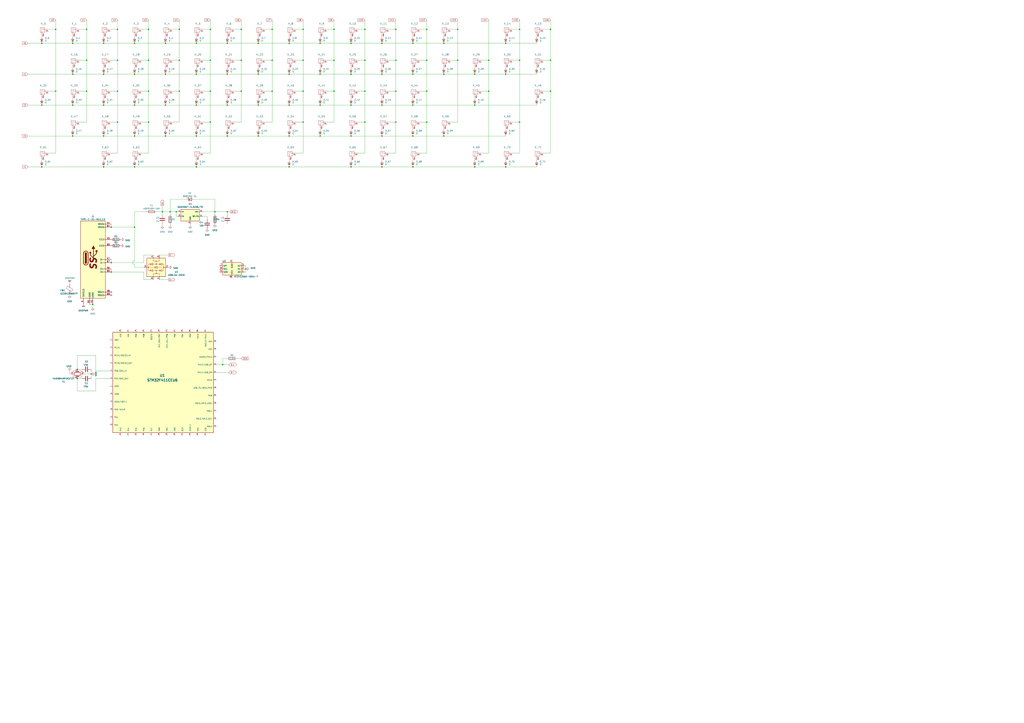
<source format=kicad_sch>
(kicad_sch (version 20230121) (generator eeschema)
  (paper "A1")
  (title_block (title "legshark65 Ortholinear Keyboard") (company "Jemmec"))
  (junction (at 325.12 74.93))
  (junction (at 161.29 137.16))
  (junction (at 375.92 49.53))
  (junction (at 212.09 111.76))
  (junction (at 299.72 100.33))
  (junction (at 274.32 49.53))
  (junction (at 85.09 137.16))
  (junction (at 212.09 60.96))
  (junction (at 313.69 111.76))
  (junction (at 186.69 35.56))
  (junction (at 121.92 100.33))
  (junction (at 161.29 35.56))
  (junction (at 186.69 60.96))
  (junction (at 262.89 86.36))
  (junction (at 248.92 74.93))
  (junction (at 401.32 49.53))
  (junction (at 59.69 35.56))
  (junction (at 237.49 86.36))
  (junction (at 144.78 173.99))
  (junction (at 248.92 49.53))
  (junction (at 389.89 60.96))
  (junction (at 34.29 35.56))
  (junction (at 325.12 100.33))
  (junction (at 139.7 173.99))
  (junction (at 452.12 49.53))
  (junction (at 133.35 173.99))
  (junction (at 325.12 49.53))
  (junction (at 274.32 24.13))
  (junction (at 147.32 49.53))
  (junction (at 121.92 49.53))
  (junction (at 452.12 24.13))
  (junction (at 186.69 173.99))
  (junction (at 96.52 100.33))
  (junction (at 299.72 49.53))
  (junction (at 364.49 35.56))
  (junction (at 201.93 220.98))
  (junction (at 313.69 86.36))
  (junction (at 426.72 100.33))
  (junction (at 299.72 24.13))
  (junction (at 262.89 60.96))
  (junction (at 262.89 35.56))
  (junction (at 198.12 74.93))
  (junction (at 339.09 35.56))
  (junction (at 85.09 60.96))
  (junction (at 415.29 60.96))
  (junction (at 339.09 111.76))
  (junction (at 34.29 137.16))
  (junction (at 339.09 60.96))
  (junction (at 59.69 86.36))
  (junction (at 299.72 74.93))
  (junction (at 350.52 100.33))
  (junction (at 426.72 24.13))
  (junction (at 375.92 24.13))
  (junction (at 172.72 24.13))
  (junction (at 288.29 111.76))
  (junction (at 63.5 311.15))
  (junction (at 339.09 137.16))
  (junction (at 110.49 137.16))
  (junction (at 96.52 49.53))
  (junction (at 223.52 74.93))
  (junction (at 274.32 74.93))
  (junction (at 237.49 137.16))
  (junction (at 161.29 111.76))
  (junction (at 186.69 86.36))
  (junction (at 161.29 60.96))
  (junction (at 350.52 74.93))
  (junction (at 364.49 60.96))
  (junction (at 172.72 100.33))
  (junction (at 452.12 74.93))
  (junction (at 237.49 35.56))
  (junction (at 288.29 86.36))
  (junction (at 91.44 215.9))
  (junction (at 45.72 74.93))
  (junction (at 96.52 74.93))
  (junction (at 172.72 74.93))
  (junction (at 135.89 35.56))
  (junction (at 63.5 303.53))
  (junction (at 389.89 86.36))
  (junction (at 339.09 86.36))
  (junction (at 223.52 24.13))
  (junction (at 59.69 111.76))
  (junction (at 76.2 250.19))
  (junction (at 426.72 49.53))
  (junction (at 147.32 74.93))
  (junction (at 59.69 60.96))
  (junction (at 401.32 74.93))
  (junction (at 389.89 137.16))
  (junction (at 45.72 24.13))
  (junction (at 223.52 49.53))
  (junction (at 110.49 60.96))
  (junction (at 91.44 186.69))
  (junction (at 313.69 60.96))
  (junction (at 85.09 86.36))
  (junction (at 198.12 24.13))
  (junction (at 248.92 100.33))
  (junction (at 262.89 111.76))
  (junction (at 34.29 86.36))
  (junction (at 74.93 307.34))
  (junction (at 313.69 137.16))
  (junction (at 135.89 60.96))
  (junction (at 350.52 24.13))
  (junction (at 110.49 86.36))
  (junction (at 110.49 35.56))
  (junction (at 135.89 111.76))
  (junction (at 71.12 49.53))
  (junction (at 135.89 86.36))
  (junction (at 172.72 49.53))
  (junction (at 186.69 111.76))
  (junction (at 176.53 173.99))
  (junction (at 71.12 74.93))
  (junction (at 147.32 24.13))
  (junction (at 415.29 35.56))
  (junction (at 325.12 24.13))
  (junction (at 121.92 74.93))
  (junction (at 212.09 86.36))
  (junction (at 161.29 86.36))
  (junction (at 212.09 35.56))
  (junction (at 110.49 111.76))
  (junction (at 96.52 24.13))
  (junction (at 110.49 186.69))
  (junction (at 288.29 35.56))
  (junction (at 182.88 299.72))
  (junction (at 415.29 137.16))
  (junction (at 350.52 49.53))
  (junction (at 121.92 24.13))
  (junction (at 288.29 137.16))
  (junction (at 85.09 35.56))
  (junction (at 198.12 49.53))
  (junction (at 364.49 111.76))
  (junction (at 237.49 111.76))
  (junction (at 313.69 35.56))
  (junction (at 288.29 60.96))
  (junction (at 85.09 111.76))
  (junction (at 248.92 24.13))
  (junction (at 91.44 223.52))
  (junction (at 71.12 24.13))
  (junction (at 237.49 60.96))
  (no_connect (at 91.44 240.03))
  (no_connect (at 91.44 242.57))
  (wire (pts (xy 394.97 49.53) (xy 401.32 49.53)))
  (wire (pts (xy 90.17 304.8) (xy 78.74 304.8)))
  (wire (pts (xy 78.74 321.31) (xy 78.74 311.15)))
  (wire (pts (xy 59.69 86.36) (xy 85.09 86.36)))
  (wire (pts (xy 110.49 186.69) (xy 110.49 214.63)))
  (wire (pts (xy 172.72 74.93) (xy 172.72 49.53)))
  (wire (pts (xy 110.49 35.56) (xy 135.89 35.56)))
  (wire (pts (xy 299.72 100.33) (xy 299.72 74.93)))
  (wire (pts (xy 71.12 100.33) (xy 71.12 74.93)))
  (wire (pts (xy 299.72 74.93) (xy 299.72 49.53)))
  (wire (pts (xy 325.12 100.33) (xy 325.12 74.93)))
  (wire (pts (xy 78.74 311.15) (xy 90.17 311.15)))
  (wire (pts (xy 121.92 74.93) (xy 121.92 49.53)))
  (wire (pts (xy 198.12 16.51) (xy 198.12 24.13)))
  (wire (pts (xy 91.44 215.9) (xy 118.11 215.9)))
  (wire (pts (xy 242.57 74.93) (xy 248.92 74.93)))
  (wire (pts (xy 133.35 168.91) (xy 133.35 173.99)))
  (wire (pts (xy 267.97 24.13) (xy 274.32 24.13)))
  (wire (pts (xy 140.97 74.93) (xy 147.32 74.93)))
  (wire (pts (xy 200.66 218.44) (xy 201.93 218.44)))
  (wire (pts (xy 445.77 125.73) (xy 452.12 125.73)))
  (wire (pts (xy 369.57 24.13) (xy 375.92 24.13)))
  (wire (pts (xy 85.09 111.76) (xy 110.49 111.76)))
  (wire (pts (xy 118.11 215.9) (xy 118.11 209.55)))
  (wire (pts (xy 415.29 29.21) (xy 415.29 30.48)))
  (wire (pts (xy 121.92 100.33) (xy 121.92 74.93)))
  (wire (pts (xy 242.57 49.53) (xy 248.92 49.53)))
  (wire (pts (xy 135.89 111.76) (xy 161.29 111.76)))
  (wire (pts (xy 201.93 218.44) (xy 201.93 220.98)))
  (wire (pts (xy 364.49 60.96) (xy 389.89 60.96)))
  (wire (pts (xy 248.92 125.73) (xy 248.92 100.33)))
  (wire (pts (xy 115.57 125.73) (xy 121.92 125.73)))
  (wire (pts (xy 452.12 16.51) (xy 452.12 24.13)))
  (wire (pts (xy 63.5 303.53) (xy 67.31 303.53)))
  (wire (pts (xy 34.29 130.81) (xy 34.29 132.08)))
  (wire (pts (xy 339.09 130.81) (xy 339.09 132.08)))
  (wire (pts (xy 248.92 24.13) (xy 248.92 49.53)))
  (wire (pts (xy 200.66 223.52) (xy 201.93 223.52)))
  (wire (pts (xy 344.17 49.53) (xy 350.52 49.53)))
  (wire (pts (xy 267.97 74.93) (xy 274.32 74.93)))
  (wire (pts (xy 45.72 24.13) (xy 45.72 74.93)))
  (wire (pts (xy 135.89 29.21) (xy 135.89 30.48)))
  (wire (pts (xy 166.37 125.73) (xy 172.72 125.73)))
  (wire (pts (xy 288.29 86.36) (xy 313.69 86.36)))
  (wire (pts (xy 90.17 24.13) (xy 96.52 24.13)))
  (wire (pts (xy 118.11 223.52) (xy 118.11 229.87)))
  (wire (pts (xy 237.49 105.41) (xy 237.49 106.68)))
  (wire (pts (xy 90.17 100.33) (xy 96.52 100.33)))
  (wire (pts (xy 344.17 125.73) (xy 350.52 125.73)))
  (wire (pts (xy 57.15 307.34) (xy 58.42 307.34)))
  (wire (pts (xy 350.52 16.51) (xy 350.52 24.13)))
  (wire (pts (xy 288.29 111.76) (xy 313.69 111.76)))
  (wire (pts (xy 420.37 100.33) (xy 426.72 100.33)))
  (wire (pts (xy 401.32 16.51) (xy 401.32 49.53)))
  (wire (pts (xy 63.5 311.15) (xy 67.31 311.15)))
  (wire (pts (xy 237.49 80.01) (xy 237.49 81.28)))
  (wire (pts (xy 110.49 54.61) (xy 110.49 55.88)))
  (wire (pts (xy 22.86 111.76) (xy 59.69 111.76)))
  (wire (pts (xy 364.49 105.41) (xy 364.49 106.68)))
  (wire (pts (xy 452.12 74.93) (xy 452.12 49.53)))
  (wire (pts (xy 172.72 16.51) (xy 172.72 24.13)))
  (wire (pts (xy 318.77 24.13) (xy 325.12 24.13)))
  (wire (pts (xy 242.57 24.13) (xy 248.92 24.13)))
  (wire (pts (xy 364.49 29.21) (xy 364.49 30.48)))
  (wire (pts (xy 176.53 173.99) (xy 176.53 176.53)))
  (wire (pts (xy 110.49 105.41) (xy 110.49 106.68)))
  (wire (pts (xy 325.12 74.93) (xy 325.12 49.53)))
  (wire (pts (xy 313.69 60.96) (xy 339.09 60.96)))
  (wire (pts (xy 64.77 74.93) (xy 71.12 74.93)))
  (wire (pts (xy 135.89 54.61) (xy 135.89 55.88)))
  (wire (pts (xy 110.49 29.21) (xy 110.49 30.48)))
  (wire (pts (xy 34.29 80.01) (xy 34.29 81.28)))
  (wire (pts (xy 176.53 173.99) (xy 186.69 173.99)))
  (wire (pts (xy 59.69 35.56) (xy 85.09 35.56)))
  (wire (pts (xy 85.09 130.81) (xy 85.09 132.08)))
  (wire (pts (xy 91.44 213.36) (xy 91.44 215.9)))
  (wire (pts (xy 186.69 80.01) (xy 186.69 81.28)))
  (wire (pts (xy 262.89 105.41) (xy 262.89 106.68)))
  (wire (pts (xy 350.52 24.13) (xy 350.52 49.53)))
  (wire (pts (xy 71.12 74.93) (xy 71.12 49.53)))
  (wire (pts (xy 177.8 299.72) (xy 182.88 299.72)))
  (wire (pts (xy 262.89 86.36) (xy 288.29 86.36)))
  (wire (pts (xy 191.77 49.53) (xy 198.12 49.53)))
  (wire (pts (xy 57.15 241.3) (xy 57.15 242.57)))
  (wire (pts (xy 96.52 16.51) (xy 96.52 24.13)))
  (wire (pts (xy 344.17 74.93) (xy 350.52 74.93)))
  (wire (pts (xy 415.29 130.81) (xy 415.29 132.08)))
  (wire (pts (xy 96.52 24.13) (xy 96.52 49.53)))
  (wire (pts (xy 223.52 100.33) (xy 223.52 74.93)))
  (wire (pts (xy 186.69 173.99) (xy 186.69 176.53)))
  (wire (pts (xy 85.09 29.21) (xy 85.09 30.48)))
  (wire (pts (xy 182.88 299.72) (xy 187.96 299.72)))
  (wire (pts (xy 212.09 35.56) (xy 237.49 35.56)))
  (wire (pts (xy 59.69 54.61) (xy 59.69 55.88)))
  (wire (pts (xy 161.29 86.36) (xy 186.69 86.36)))
  (wire (pts (xy 426.72 100.33) (xy 426.72 49.53)))
  (wire (pts (xy 212.09 54.61) (xy 212.09 55.88)))
  (wire (pts (xy 313.69 54.61) (xy 313.69 55.88)))
  (wire (pts (xy 121.92 24.13) (xy 121.92 49.53)))
  (wire (pts (xy 339.09 111.76) (xy 364.49 111.76)))
  (wire (pts (xy 76.2 250.19) (xy 76.2 252.73)))
  (wire (pts (xy 166.37 74.93) (xy 172.72 74.93)))
  (wire (pts (xy 133.35 185.42) (xy 133.35 184.15)))
  (wire (pts (xy 139.7 185.42) (xy 139.7 184.15)))
  (wire (pts (xy 389.89 80.01) (xy 389.89 81.28)))
  (wire (pts (xy 59.69 60.96) (xy 85.09 60.96)))
  (wire (pts (xy 242.57 125.73) (xy 248.92 125.73)))
  (wire (pts (xy 237.49 86.36) (xy 262.89 86.36)))
  (wire (pts (xy 415.29 60.96) (xy 440.69 60.96)))
  (wire (pts (xy 313.69 105.41) (xy 313.69 106.68)))
  (wire (pts (xy 237.49 137.16) (xy 288.29 137.16)))
  (wire (pts (xy 140.97 24.13) (xy 147.32 24.13)))
  (wire (pts (xy 22.86 137.16) (xy 34.29 137.16)))
  (wire (pts (xy 135.89 80.01) (xy 135.89 81.28)))
  (wire (pts (xy 90.17 49.53) (xy 96.52 49.53)))
  (wire (pts (xy 389.89 54.61) (xy 389.89 55.88)))
  (wire (pts (xy 293.37 49.53) (xy 299.72 49.53)))
  (wire (pts (xy 172.72 100.33) (xy 172.72 74.93)))
  (wire (pts (xy 288.29 137.16) (xy 313.69 137.16)))
  (wire (pts (xy 59.69 80.01) (xy 59.69 81.28)))
  (wire (pts (xy 191.77 100.33) (xy 198.12 100.33)))
  (wire (pts (xy 339.09 105.41) (xy 339.09 106.68)))
  (wire (pts (xy 313.69 86.36) (xy 339.09 86.36)))
  (wire (pts (xy 161.29 105.41) (xy 161.29 106.68)))
  (wire (pts (xy 223.52 74.93) (xy 223.52 49.53)))
  (wire (pts (xy 91.44 223.52) (xy 118.11 223.52)))
  (wire (pts (xy 325.12 24.13) (xy 325.12 49.53)))
  (wire (pts (xy 90.17 125.73) (xy 96.52 125.73)))
  (wire (pts (xy 96.52 125.73) (xy 96.52 100.33)))
  (wire (pts (xy 452.12 125.73) (xy 452.12 74.93)))
  (wire (pts (xy 22.86 86.36) (xy 34.29 86.36)))
  (wire (pts (xy 339.09 86.36) (xy 389.89 86.36)))
  (wire (pts (xy 452.12 24.13) (xy 452.12 49.53)))
  (wire (pts (xy 115.57 49.53) (xy 121.92 49.53)))
  (wire (pts (xy 34.29 137.16) (xy 85.09 137.16)))
  (wire (pts (xy 110.49 137.16) (xy 161.29 137.16)))
  (wire (pts (xy 186.69 86.36) (xy 212.09 86.36)))
  (wire (pts (xy 110.49 80.01) (xy 110.49 81.28)))
  (wire (pts (xy 64.77 100.33) (xy 71.12 100.33)))
  (wire (pts (xy 85.09 54.61) (xy 85.09 55.88)))
  (wire (pts (xy 110.49 130.81) (xy 110.49 132.08)))
  (wire (pts (xy 161.29 111.76) (xy 186.69 111.76)))
  (wire (pts (xy 140.97 100.33) (xy 147.32 100.33)))
  (wire (pts (xy 186.69 105.41) (xy 186.69 106.68)))
  (wire (pts (xy 237.49 54.61) (xy 237.49 55.88)))
  (wire (pts (xy 375.92 24.13) (xy 375.92 49.53)))
  (wire (pts (xy 156.21 184.15) (xy 156.21 185.42)))
  (wire (pts (xy 288.29 105.41) (xy 288.29 106.68)))
  (wire (pts (xy 318.77 125.73) (xy 325.12 125.73)))
  (wire (pts (xy 440.69 130.81) (xy 440.69 132.08)))
  (wire (pts (xy 34.29 86.36) (xy 59.69 86.36)))
  (wire (pts (xy 274.32 74.93) (xy 274.32 49.53)))
  (wire (pts (xy 288.29 130.81) (xy 288.29 132.08)))
  (wire (pts (xy 161.29 80.01) (xy 161.29 81.28)))
  (wire (pts (xy 401.32 74.93) (xy 401.32 49.53)))
  (wire (pts (xy 172.72 24.13) (xy 172.72 49.53)))
  (wire (pts (xy 339.09 54.61) (xy 339.09 55.88)))
  (wire (pts (xy 161.29 60.96) (xy 186.69 60.96)))
  (wire (pts (xy 63.5 321.31) (xy 78.74 321.31)))
  (wire (pts (xy 45.72 125.73) (xy 45.72 74.93)))
  (wire (pts (xy 445.77 24.13) (xy 452.12 24.13)))
  (wire (pts (xy 182.88 294.64) (xy 186.69 294.64)))
  (wire (pts (xy 274.32 24.13) (xy 274.32 49.53)))
  (wire (pts (xy 130.81 229.87) (xy 138.43 229.87)))
  (wire (pts (xy 293.37 125.73) (xy 299.72 125.73)))
  (wire (pts (xy 293.37 24.13) (xy 299.72 24.13)))
  (wire (pts (xy 415.29 35.56) (xy 440.69 35.56)))
  (wire (pts (xy 110.49 111.76) (xy 135.89 111.76)))
  (wire (pts (xy 144.78 177.8) (xy 146.05 177.8)))
  (wire (pts (xy 118.11 209.55) (xy 125.73 209.55)))
  (wire (pts (xy 22.86 60.96) (xy 59.69 60.96)))
  (wire (pts (xy 85.09 86.36) (xy 110.49 86.36)))
  (wire (pts (xy 426.72 24.13) (xy 426.72 49.53)))
  (wire (pts (xy 274.32 100.33) (xy 274.32 74.93)))
  (wire (pts (xy 248.92 100.33) (xy 248.92 74.93)))
  (wire (pts (xy 34.29 29.21) (xy 34.29 30.48)))
  (wire (pts (xy 389.89 60.96) (xy 415.29 60.96)))
  (wire (pts (xy 130.81 209.55) (xy 138.43 209.55)))
  (wire (pts (xy 34.29 35.56) (xy 59.69 35.56)))
  (wire (pts (xy 176.53 173.99) (xy 176.53 163.83)))
  (wire (pts (xy 318.77 74.93) (xy 325.12 74.93)))
  (wire (pts (xy 217.17 74.93) (xy 223.52 74.93)))
  (wire (pts (xy 237.49 111.76) (xy 262.89 111.76)))
  (wire (pts (xy 288.29 29.21) (xy 288.29 30.48)))
  (wire (pts (xy 299.72 16.51) (xy 299.72 24.13)))
  (wire (pts (xy 186.69 60.96) (xy 212.09 60.96)))
  (wire (pts (xy 128.27 173.99) (xy 133.35 173.99)))
  (wire (pts (xy 201.93 223.52) (xy 201.93 220.98)))
  (wire (pts (xy 135.89 105.41) (xy 135.89 106.68)))
  (wire (pts (xy 59.69 111.76) (xy 85.09 111.76)))
  (wire (pts (xy 182.88 299.72) (xy 182.88 294.64)))
  (wire (pts (xy 313.69 130.81) (xy 313.69 132.08)))
  (wire (pts (xy 212.09 86.36) (xy 237.49 86.36)))
  (wire (pts (xy 313.69 80.01) (xy 313.69 81.28)))
  (wire (pts (xy 440.69 29.21) (xy 440.69 30.48)))
  (wire (pts (xy 445.77 49.53) (xy 452.12 49.53)))
  (wire (pts (xy 110.49 86.36) (xy 135.89 86.36)))
  (wire (pts (xy 115.57 100.33) (xy 121.92 100.33)))
  (wire (pts (xy 186.69 54.61) (xy 186.69 55.88)))
  (wire (pts (xy 212.09 60.96) (xy 237.49 60.96)))
  (wire (pts (xy 74.93 307.34) (xy 74.93 303.53)))
  (wire (pts (xy 318.77 49.53) (xy 325.12 49.53)))
  (wire (pts (xy 394.97 74.93) (xy 401.32 74.93)))
  (wire (pts (xy 262.89 29.21) (xy 262.89 30.48)))
  (wire (pts (xy 375.92 16.51) (xy 375.92 24.13)))
  (wire (pts (xy 212.09 111.76) (xy 237.49 111.76)))
  (wire (pts (xy 364.49 111.76) (xy 415.29 111.76)))
  (wire (pts (xy 445.77 74.93) (xy 452.12 74.93)))
  (wire (pts (xy 350.52 125.73) (xy 350.52 100.33)))
  (wire (pts (xy 186.69 29.21) (xy 186.69 30.48)))
  (wire (pts (xy 109.22 214.63) (xy 109.22 217.17)))
  (wire (pts (xy 313.69 29.21) (xy 313.69 30.48)))
  (wire (pts (xy 161.29 35.56) (xy 186.69 35.56)))
  (wire (pts (xy 198.12 74.93) (xy 198.12 49.53)))
  (wire (pts (xy 248.92 16.51) (xy 248.92 24.13)))
  (wire (pts (xy 73.66 250.19) (xy 76.2 250.19)))
  (wire (pts (xy 288.29 54.61) (xy 288.29 55.88)))
  (wire (pts (xy 110.49 214.63) (xy 109.22 214.63)))
  (wire (pts (xy 139.7 173.99) (xy 139.7 176.53)))
  (wire (pts (xy 110.49 60.96) (xy 135.89 60.96)))
  (wire (pts (xy 85.09 80.01) (xy 85.09 81.28)))
  (wire (pts (xy 212.09 80.01) (xy 212.09 81.28)))
  (wire (pts (xy 262.89 80.01) (xy 262.89 81.28)))
  (wire (pts (xy 389.89 130.81) (xy 389.89 132.08)))
  (wire (pts (xy 121.92 125.73) (xy 121.92 100.33)))
  (wire (pts (xy 420.37 49.53) (xy 426.72 49.53)))
  (wire (pts (xy 160.02 163.83) (xy 176.53 163.83)))
  (wire (pts (xy 274.32 16.51) (xy 274.32 24.13)))
  (wire (pts (xy 110.49 173.99) (xy 110.49 186.69)))
  (wire (pts (xy 139.7 173.99) (xy 139.7 163.83)))
  (wire (pts (xy 350.52 100.33) (xy 350.52 74.93)))
  (wire (pts (xy 59.69 105.41) (xy 59.69 106.68)))
  (wire (pts (xy 85.09 35.56) (xy 110.49 35.56)))
  (wire (pts (xy 39.37 24.13) (xy 45.72 24.13)))
  (wire (pts (xy 133.35 173.99) (xy 133.35 176.53)))
  (wire (pts (xy 45.72 16.51) (xy 45.72 24.13)))
  (wire (pts (xy 325.12 16.51) (xy 325.12 24.13)))
  (wire (pts (xy 440.69 54.61) (xy 440.69 55.88)))
  (wire (pts (xy 64.77 49.53) (xy 71.12 49.53)))
  (wire (pts (xy 170.18 177.8) (xy 170.18 180.34)))
  (wire (pts (xy 339.09 80.01) (xy 339.09 81.28)))
  (wire (pts (xy 339.09 137.16) (xy 389.89 137.16)))
  (wire (pts (xy 90.17 74.93) (xy 96.52 74.93)))
  (wire (pts (xy 415.29 54.61) (xy 415.29 55.88)))
  (wire (pts (xy 350.52 74.93) (xy 350.52 49.53)))
  (wire (pts (xy 135.89 86.36) (xy 161.29 86.36)))
  (wire (pts (xy 161.29 130.81) (xy 161.29 132.08)))
  (wire (pts (xy 389.89 86.36) (xy 440.69 86.36)))
  (wire (pts (xy 161.29 54.61) (xy 161.29 55.88)))
  (wire (pts (xy 288.29 35.56) (xy 313.69 35.56)))
  (wire (pts (xy 22.86 35.56) (xy 34.29 35.56)))
  (wire (pts (xy 172.72 125.73) (xy 172.72 100.33)))
  (wire (pts (xy 267.97 100.33) (xy 274.32 100.33)))
  (wire (pts (xy 118.11 229.87) (xy 125.73 229.87)))
  (wire (pts (xy 267.97 49.53) (xy 274.32 49.53)))
  (wire (pts (xy 237.49 60.96) (xy 262.89 60.96)))
  (wire (pts (xy 144.78 173.99) (xy 144.78 177.8)))
  (wire (pts (xy 135.89 35.56) (xy 161.29 35.56)))
  (wire (pts (xy 299.72 24.13) (xy 299.72 49.53)))
  (wire (pts (xy 420.37 125.73) (xy 426.72 125.73)))
  (wire (pts (xy 110.49 217.17) (xy 110.49 219.71)))
  (wire (pts (xy 364.49 54.61) (xy 364.49 55.88)))
  (wire (pts (xy 237.49 130.81) (xy 237.49 132.08)))
  (wire (pts (xy 57.15 307.34) (xy 57.15 304.8)))
  (wire (pts (xy 364.49 35.56) (xy 415.29 35.56)))
  (wire (pts (xy 166.37 100.33) (xy 172.72 100.33)))
  (wire (pts (xy 288.29 60.96) (xy 313.69 60.96)))
  (wire (pts (xy 140.97 49.53) (xy 147.32 49.53)))
  (wire (pts (xy 217.17 49.53) (xy 223.52 49.53)))
  (wire (pts (xy 325.12 125.73) (xy 325.12 100.33)))
  (wire (pts (xy 85.09 137.16) (xy 110.49 137.16)))
  (wire (pts (xy 91.44 184.15) (xy 91.44 186.69)))
  (wire (pts (xy 166.37 24.13) (xy 172.72 24.13)))
  (wire (pts (xy 262.89 54.61) (xy 262.89 55.88)))
  (wire (pts (xy 64.77 24.13) (xy 71.12 24.13)))
  (wire (pts (xy 133.35 173.99) (xy 139.7 173.99)))
  (wire (pts (xy 121.92 16.51) (xy 121.92 24.13)))
  (wire (pts (xy 166.37 173.99) (xy 176.53 173.99)))
  (wire (pts (xy 313.69 137.16) (xy 339.09 137.16)))
  (wire (pts (xy 339.09 29.21) (xy 339.09 30.48)))
  (wire (pts (xy 212.09 105.41) (xy 212.09 106.68)))
  (wire (pts (xy 110.49 173.99) (xy 120.65 173.99)))
  (wire (pts (xy 237.49 35.56) (xy 262.89 35.56)))
  (wire (pts (xy 191.77 74.93) (xy 198.12 74.93)))
  (wire (pts (xy 313.69 111.76) (xy 339.09 111.76)))
  (wire (pts (xy 212.09 29.21) (xy 212.09 30.48)))
  (wire (pts (xy 191.77 24.13) (xy 198.12 24.13)))
  (wire (pts (xy 426.72 125.73) (xy 426.72 100.33)))
  (wire (pts (xy 194.31 294.64) (xy 198.12 294.64)))
  (wire (pts (xy 318.77 100.33) (xy 325.12 100.33)))
  (wire (pts (xy 415.29 137.16) (xy 440.69 137.16)))
  (wire (pts (xy 91.44 186.69) (xy 110.49 186.69)))
  (wire (pts (xy 426.72 16.51) (xy 426.72 24.13)))
  (wire (pts (xy 144.78 173.99) (xy 146.05 173.99)))
  (wire (pts (xy 198.12 24.13) (xy 198.12 49.53)))
  (wire (pts (xy 78.74 304.8) (xy 78.74 292.1)))
  (wire (pts (xy 139.7 163.83) (xy 152.4 163.83)))
  (wire (pts (xy 237.49 29.21) (xy 237.49 30.48)))
  (wire (pts (xy 91.44 220.98) (xy 91.44 223.52)))
  (wire (pts (xy 57.15 232.41) (xy 57.15 233.68)))
  (wire (pts (xy 85.09 105.41) (xy 85.09 106.68)))
  (wire (pts (xy 394.97 125.73) (xy 401.32 125.73)))
  (wire (pts (xy 166.37 177.8) (xy 170.18 177.8)))
  (wire (pts (xy 110.49 219.71) (xy 118.11 219.71)))
  (wire (pts (xy 293.37 100.33) (xy 299.72 100.33)))
  (wire (pts (xy 242.57 100.33) (xy 248.92 100.33)))
  (wire (pts (xy 186.69 173.99) (xy 189.23 173.99)))
  (wire (pts (xy 59.69 29.21) (xy 59.69 30.48)))
  (wire (pts (xy 223.52 24.13) (xy 223.52 49.53)))
  (wire (pts (xy 201.93 220.98) (xy 200.66 220.98)))
  (wire (pts (xy 186.69 35.56) (xy 212.09 35.56)))
  (wire (pts (xy 147.32 16.51) (xy 147.32 24.13)))
  (wire (pts (xy 161.29 29.21) (xy 161.29 30.48)))
  (wire (pts (xy 186.69 111.76) (xy 212.09 111.76)))
  (wire (pts (xy 440.69 80.01) (xy 440.69 81.28)))
  (wire (pts (xy 96.52 100.33) (xy 96.52 74.93)))
  (wire (pts (xy 85.09 60.96) (xy 110.49 60.96)))
  (wire (pts (xy 288.29 80.01) (xy 288.29 81.28)))
  (wire (pts (xy 339.09 35.56) (xy 364.49 35.56)))
  (wire (pts (xy 39.37 74.93) (xy 45.72 74.93)))
  (wire (pts (xy 262.89 60.96) (xy 288.29 60.96)))
  (wire (pts (xy 339.09 60.96) (xy 364.49 60.96)))
  (wire (pts (xy 293.37 74.93) (xy 299.72 74.93)))
  (wire (pts (xy 415.29 105.41) (xy 415.29 106.68)))
  (wire (pts (xy 115.57 74.93) (xy 121.92 74.93)))
  (wire (pts (xy 71.12 24.13) (xy 71.12 49.53)))
  (wire (pts (xy 401.32 125.73) (xy 401.32 74.93)))
  (wire (pts (xy 223.52 16.51) (xy 223.52 24.13)))
  (wire (pts (xy 420.37 24.13) (xy 426.72 24.13)))
  (wire (pts (xy 344.17 24.13) (xy 350.52 24.13)))
  (wire (pts (xy 39.37 125.73) (xy 45.72 125.73)))
  (wire (pts (xy 139.7 173.99) (xy 144.78 173.99)))
  (wire (pts (xy 63.5 311.15) (xy 63.5 321.31)))
  (wire (pts (xy 262.89 111.76) (xy 288.29 111.76)))
  (wire (pts (xy 389.89 137.16) (xy 415.29 137.16)))
  (wire (pts (xy 147.32 24.13) (xy 147.32 49.53)))
  (wire (pts (xy 369.57 49.53) (xy 375.92 49.53)))
  (wire (pts (xy 166.37 49.53) (xy 172.72 49.53)))
  (wire (pts (xy 217.17 100.33) (xy 223.52 100.33)))
  (wire (pts (xy 375.92 100.33) (xy 375.92 49.53)))
  (wire (pts (xy 161.29 137.16) (xy 237.49 137.16)))
  (wire (pts (xy 96.52 74.93) (xy 96.52 49.53)))
  (wire (pts (xy 68.58 307.34) (xy 74.93 307.34)))
  (wire (pts (xy 177.8 306.07) (xy 187.96 306.07)))
  (wire (pts (xy 74.93 311.15) (xy 74.93 307.34)))
  (wire (pts (xy 369.57 100.33) (xy 375.92 100.33)))
  (wire (pts (xy 135.89 60.96) (xy 161.29 60.96)))
  (wire (pts (xy 63.5 292.1) (xy 63.5 303.53)))
  (wire (pts (xy 217.17 24.13) (xy 223.52 24.13)))
  (wire (pts (xy 299.72 125.73) (xy 299.72 100.33)))
  (wire (pts (xy 109.22 217.17) (xy 110.49 217.17)))
  (wire (pts (xy 344.17 100.33) (xy 350.52 100.33)))
  (wire (pts (xy 262.89 35.56) (xy 288.29 35.56)))
  (wire (pts (xy 71.12 16.51) (xy 71.12 24.13)))
  (wire (pts (xy 198.12 100.33) (xy 198.12 74.93)))
  (wire (pts (xy 147.32 100.33) (xy 147.32 74.93)))
  (wire (pts (xy 313.69 35.56) (xy 339.09 35.56)))
  (wire (pts (xy 78.74 292.1) (xy 63.5 292.1)))
  (wire (pts (xy 115.57 24.13) (xy 121.92 24.13)))
  (wire (pts (xy 248.92 74.93) (xy 248.92 49.53)))
  (wire (pts (xy 147.32 74.93) (xy 147.32 49.53)))
  (global_label "D+" (shape bidirectional) (at 187.96 299.72 0) (property "Intersheetrefs" "${INTERSHEET_REFS}" (effects hide)))
  (global_label "r3" (shape input) (at 22.86 111.76 180) (property "Intersheetrefs" "${INTERSHEET_REFS}" (effects hide)))
  (global_label "c9" (shape input) (at 274.32 16.51 180) (property "Intersheetrefs" "${INTERSHEET_REFS}" (effects hide)))
  (global_label "3V3" (shape output) (at 189.23 173.99 0) (property "Intersheetrefs" "${INTERSHEET_REFS}" (effects hide)))
  (global_label "c3" (shape input) (at 121.92 16.51 180) (property "Intersheetrefs" "${INTERSHEET_REFS}" (effects hide)))
  (global_label "c1" (shape input) (at 71.12 16.51 180) (property "Intersheetrefs" "${INTERSHEET_REFS}" (effects hide)))
  (global_label "5V" (shape output) (at 133.35 168.91 90) (property "Intersheetrefs" "${INTERSHEET_REFS}" (effects hide)))
  (global_label "c4" (shape input) (at 147.32 16.51 180) (property "Intersheetrefs" "${INTERSHEET_REFS}" (effects hide)))
  (global_label "c6" (shape input) (at 198.12 16.51 180) (property "Intersheetrefs" "${INTERSHEET_REFS}" (effects hide)))
  (global_label "c15" (shape input) (at 426.72 16.51 180) (property "Intersheetrefs" "${INTERSHEET_REFS}" (effects hide)))
  (global_label "c13" (shape input) (at 375.92 16.51 180) (property "Intersheetrefs" "${INTERSHEET_REFS}" (effects hide)))
  (global_label "D-" (shape bidirectional) (at 187.96 306.07 0) (property "Intersheetrefs" "${INTERSHEET_REFS}" (effects hide)))
  (global_label "r2" (shape input) (at 22.86 86.36 180) (property "Intersheetrefs" "${INTERSHEET_REFS}" (effects hide)))
  (global_label "c7" (shape input) (at 223.52 16.51 180) (property "Intersheetrefs" "${INTERSHEET_REFS}" (effects hide)))
  (global_label "D-" (shape output) (at 138.43 209.55 0) (property "Intersheetrefs" "${INTERSHEET_REFS}" (effects hide)))
  (global_label "c2" (shape input) (at 96.52 16.51 180) (property "Intersheetrefs" "${INTERSHEET_REFS}" (effects hide)))
  (global_label "r0" (shape input) (at 22.86 35.56 180) (property "Intersheetrefs" "${INTERSHEET_REFS}" (effects hide)))
  (global_label "3V3" (shape input) (at 198.12 294.64 0) (property "Intersheetrefs" "${INTERSHEET_REFS}" (effects hide)))
  (global_label "c5" (shape input) (at 172.72 16.51 180) (property "Intersheetrefs" "${INTERSHEET_REFS}" (effects hide)))
  (global_label "c16" (shape input) (at 452.12 16.51 180) (property "Intersheetrefs" "${INTERSHEET_REFS}" (effects hide)))
  (global_label "c8" (shape input) (at 248.92 16.51 180) (property "Intersheetrefs" "${INTERSHEET_REFS}" (effects hide)))
  (global_label "r1" (shape input) (at 22.86 60.96 180) (property "Intersheetrefs" "${INTERSHEET_REFS}" (effects hide)))
  (global_label "c10" (shape input) (at 299.72 16.51 180) (property "Intersheetrefs" "${INTERSHEET_REFS}" (effects hide)))
  (global_label "r4" (shape input) (at 22.86 137.16 180) (property "Intersheetrefs" "${INTERSHEET_REFS}" (effects hide)))
  (global_label "D+" (shape output) (at 138.43 229.87 0) (property "Intersheetrefs" "${INTERSHEET_REFS}" (effects hide)))
  (global_label "c11" (shape input) (at 325.12 16.51 180) (property "Intersheetrefs" "${INTERSHEET_REFS}" (effects hide)))
  (global_label "c12" (shape input) (at 350.52 16.51 180) (property "Intersheetrefs" "${INTERSHEET_REFS}" (effects hide)))
  (global_label "c14" (shape input) (at 401.32 16.51 180) (property "Intersheetrefs" "${INTERSHEET_REFS}" (effects hide)))
  (global_label "c0" (shape input) (at 45.72 16.51 180) (property "Intersheetrefs" "${INTERSHEET_REFS}" (effects hide)))
  (symbol (lib_id "MX_Alps_Hybrid:MX-NoLED") (at 314.96 76.2 0) (unit 1)
    (property "Reference" "K_43" (at 314.96 70.2818 0) (effects (font (size 1.524 1.524))))
    (property "Value" "KEYSW" (effects hide))
    (property "Footprint" "MX_Only:MXOnly-1U-NoLED" (effects hide))
  )
  (symbol (lib_id "Device:D_Small") (at 440.69 33.02 90) (unit 1)
    (property "Reference" "D_15" (at 443.23 31.242 90) (effects (justify right)))
    (property "Value" "D" (at 443.23 33.528 90) (effects (justify right)))
    (property "Footprint" "Diode_SMD:D_SOD-123" (effects hide))
  )
  (symbol (lib_id "Device:D_Small") (at 262.89 58.42 90) (unit 1)
    (property "Reference" "D_24" (at 265.43 56.642 90) (effects (justify right)))
    (property "Value" "D" (at 265.43 58.928 90) (effects (justify right)))
    (property "Footprint" "Diode_SMD:D_SOD-123" (effects hide))
  )
  (symbol (lib_id "MX_Alps_Hybrid:MX-NoLED") (at 441.96 50.8 0) (unit 1)
    (property "Reference" "K_31" (at 441.96 44.8818 0) (effects (font (size 1.524 1.524))))
    (property "Value" "KEYSW" (effects hide))
    (property "Footprint" "MX_Only:MXOnly-1U-NoLED" (effects hide))
  )
  (symbol (lib_id "power:GNDPWR") (at 68.58 250.19 0) (unit 1)
    (property "Reference" "#PWR04" (effects hide))
    (property "Value" "GNDPWR" (at 68.453 255.27 0))
  )
  (symbol (lib_id "Device:D_Small") (at 415.29 33.02 90) (unit 1)
    (property "Reference" "D_14" (at 417.83 31.242 90) (effects (justify right)))
    (property "Value" "D" (at 417.83 33.528 90) (effects (justify right)))
    (property "Footprint" "Diode_SMD:D_SOD-123" (effects hide))
  )
  (symbol (lib_id "Device:D_Small") (at 34.29 83.82 90) (unit 1)
    (property "Reference" "D_32" (at 36.83 82.042 90) (effects (justify right)))
    (property "Value" "D" (at 36.83 84.328 90) (effects (justify right)))
    (property "Footprint" "Diode_SMD:D_SOD-123" (effects hide))
  )
  (symbol (lib_id "power:GND") (at 139.7 185.42 0) (unit 1)
    (property "Reference" "#PWR011" (effects hide))
    (property "Value" "GND" (at 139.7 190.5 0))
  )
  (symbol (lib_id "MX_Alps_Hybrid:MX-NoLED") (at 111.76 76.2 0) (unit 1)
    (property "Reference" "K_35" (at 111.76 70.2818 0) (effects (font (size 1.524 1.524))))
    (property "Value" "KEYSW" (effects hide))
    (property "Footprint" "MX_Only:MXOnly-1U-NoLED" (effects hide))
  )
  (symbol (lib_id "Device:D_Small") (at 339.09 58.42 90) (unit 1)
    (property "Reference" "D_27" (at 341.63 56.642 90) (effects (justify right)))
    (property "Value" "D" (at 341.63 58.928 90) (effects (justify right)))
    (property "Footprint" "Diode_SMD:D_SOD-123" (effects hide))
  )
  (symbol (lib_id "MX_Alps_Hybrid:MX-NoLED") (at 340.36 101.6 0) (unit 1)
    (property "Reference" "K_58" (at 340.36 95.6818 0) (effects (font (size 1.524 1.524))))
    (property "Value" "KEYSW" (effects hide))
    (property "Footprint" "MX_Only:MXOnly-1U-NoLED" (effects hide))
  )
  (symbol (lib_id "Device:D_Small") (at 440.69 83.82 90) (unit 1)
    (property "Reference" "D_46" (at 443.23 82.042 90) (effects (justify right)))
    (property "Value" "D" (at 443.23 84.328 90) (effects (justify right)))
    (property "Footprint" "Diode_SMD:D_SOD-123" (effects hide))
  )
  (symbol (lib_id "Device:D_Small") (at 161.29 58.42 90) (unit 1)
    (property "Reference" "D_20" (at 163.83 56.642 90) (effects (justify right)))
    (property "Value" "D" (at 163.83 58.928 90) (effects (justify right)))
    (property "Footprint" "Diode_SMD:D_SOD-123" (effects hide))
  )
  (symbol (lib_id "MX_Alps_Hybrid:MX-NoLED") (at 213.36 76.2 0) (unit 1)
    (property "Reference" "K_39" (at 213.36 70.2818 0) (effects (font (size 1.524 1.524))))
    (property "Value" "KEYSW" (effects hide))
    (property "Footprint" "MX_Only:MXOnly-1U-NoLED" (effects hide))
  )
  (symbol (lib_id "power:GND") (at 170.18 187.96 0) (unit 1)
    (property "Reference" "#PWR013" (effects hide))
    (property "Value" "GND" (at 170.18 193.04 0))
  )
  (symbol (lib_id "MX_Alps_Hybrid:MX-NoLED") (at 60.96 76.2 0) (unit 1)
    (property "Reference" "K_33" (at 60.96 70.2818 0) (effects (font (size 1.524 1.524))))
    (property "Value" "KEYSW" (effects hide))
    (property "Footprint" "MX_Only:MXOnly-1U-NoLED" (effects hide))
  )
  (symbol (lib_id "Device:Fuse") (at 124.46 173.99 90) (unit 1)
    (property "Reference" "F1" (at 124.46 168.91 90))
    (property "Value" "nSMD100-16V" (at 124.46 171.45 90))
    (property "Footprint" "Fuse:Fuse_1206_3216Metric" (effects hide))
  )
  (symbol (lib_id "MX_Alps_Hybrid:MX-NoLED") (at 213.36 25.4 0) (unit 1)
    (property "Reference" "K_7" (at 213.36 19.4818 0) (effects (font (size 1.524 1.524))))
    (property "Value" "KEYSW" (effects hide))
    (property "Footprint" "MX_Only:MXOnly-1U-NoLED" (effects hide))
  )
  (symbol (lib_id "MX_Alps_Hybrid:MX-NoLED") (at 289.56 25.4 0) (unit 1)
    (property "Reference" "K_10" (at 289.56 19.4818 0) (effects (font (size 1.524 1.524))))
    (property "Value" "KEYSW" (effects hide))
    (property "Footprint" "MX_Only:MXOnly-1U-NoLED" (effects hide))
  )
  (symbol (lib_id "MX_Alps_Hybrid:MX-NoLED") (at 289.56 76.2 0) (unit 1)
    (property "Reference" "K_42" (at 289.56 70.2818 0) (effects (font (size 1.524 1.524))))
    (property "Value" "KEYSW" (effects hide))
    (property "Footprint" "MX_Only:MXOnly-1U-NoLED" (effects hide))
  )
  (symbol (lib_id "Device:D_Small") (at 85.09 33.02 90) (unit 1)
    (property "Reference" "D_2" (at 87.63 31.242 90) (effects (justify right)))
    (property "Value" "D" (at 87.63 33.528 90) (effects (justify right)))
    (property "Footprint" "Diode_SMD:D_SOD-123" (effects hide))
  )
  (symbol (lib_id "Device:D_Small") (at 161.29 83.82 90) (unit 1)
    (property "Reference" "D_37" (at 163.83 82.042 90) (effects (justify right)))
    (property "Value" "D" (at 163.83 84.328 90) (effects (justify right)))
    (property "Footprint" "Diode_SMD:D_SOD-123" (effects hide))
  )
  (symbol (lib_id "MX_Alps_Hybrid:MX-NoLED") (at 187.96 25.4 0) (unit 1)
    (property "Reference" "K_6" (at 187.96 19.4818 0) (effects (font (size 1.524 1.524))))
    (property "Value" "KEYSW" (effects hide))
    (property "Footprint" "MX_Only:MXOnly-1U-NoLED" (effects hide))
  )
  (symbol (lib_id "Device:D_Small") (at 288.29 134.62 90) (unit 1)
    (property "Reference" "D_66" (at 290.83 132.842 90) (effects (justify right)))
    (property "Value" "D" (at 290.83 135.128 90) (effects (justify right)))
    (property "Footprint" "Diode_SMD:D_SOD-123" (effects hide))
  )
  (symbol (lib_id "power:GNDPWR") (at 57.15 232.41 180) (unit 1)
    (property "Reference" "#PWR06" (effects hide))
    (property "Value" "GNDPWR" (at 57.277 228.6 0))
  )
  (symbol (lib_id "MX_Alps_Hybrid:MX-NoLED") (at 86.36 76.2 0) (unit 1)
    (property "Reference" "K_34" (at 86.36 70.2818 0) (effects (font (size 1.524 1.524))))
    (property "Value" "KEYSW" (effects hide))
    (property "Footprint" "MX_Only:MXOnly-1U-NoLED" (effects hide))
  )
  (symbol (lib_id "Device:D_Small") (at 85.09 134.62 90) (unit 1)
    (property "Reference" "D_62" (at 87.63 132.842 90) (effects (justify right)))
    (property "Value" "D" (at 87.63 135.128 90) (effects (justify right)))
    (property "Footprint" "Diode_SMD:D_SOD-123" (effects hide))
  )
  (symbol (lib_id "MX_Alps_Hybrid:MX-NoLED") (at 264.16 50.8 0) (unit 1)
    (property "Reference" "K_24" (at 264.16 44.8818 0) (effects (font (size 1.524 1.524))))
    (property "Value" "KEYSW" (effects hide))
    (property "Footprint" "MX_Only:MXOnly-1U-NoLED" (effects hide))
  )
  (symbol (lib_id "Device:D_Small") (at 237.49 134.62 90) (unit 1)
    (property "Reference" "D_65" (at 240.03 132.842 90) (effects (justify right)))
    (property "Value" "D" (at 240.03 135.128 90) (effects (justify right)))
    (property "Footprint" "Diode_SMD:D_SOD-123" (effects hide))
  )
  (symbol (lib_id "MX_Alps_Hybrid:MX-NoLED") (at 162.56 25.4 0) (unit 1)
    (property "Reference" "K_5" (at 162.56 19.4818 0) (effects (font (size 1.524 1.524))))
    (property "Value" "KEYSW" (effects hide))
    (property "Footprint" "MX_Only:MXOnly-1U-NoLED" (effects hide))
  )
  (symbol (lib_id "Device:D_Small") (at 313.69 33.02 90) (unit 1)
    (property "Reference" "D_11" (at 316.23 31.242 90) (effects (justify right)))
    (property "Value" "D" (at 316.23 33.528 90) (effects (justify right)))
    (property "Footprint" "Diode_SMD:D_SOD-123" (effects hide))
  )
  (symbol (lib_id "Device:D_Small") (at 364.49 58.42 90) (unit 1)
    (property "Reference" "D_28" (at 367.03 56.642 90) (effects (justify right)))
    (property "Value" "D" (at 367.03 58.928 90) (effects (justify right)))
    (property "Footprint" "Diode_SMD:D_SOD-123" (effects hide))
  )
  (symbol (lib_id "Device:D_Small") (at 110.49 83.82 90) (unit 1)
    (property "Reference" "D_35" (at 113.03 82.042 90) (effects (justify right)))
    (property "Value" "D" (at 113.03 84.328 90) (effects (justify right)))
    (property "Footprint" "Diode_SMD:D_SOD-123" (effects hide))
  )
  (symbol (lib_id "MX_Alps_Hybrid:MX-NoLED") (at 391.16 127 0) (unit 1)
    (property "Reference" "K_69" (at 391.16 121.0818 0) (effects (font (size 1.524 1.524))))
    (property "Value" "KEYSW" (effects hide))
    (property "Footprint" "MX_Only:MXOnly-1U-NoLED" (effects hide))
  )
  (symbol (lib_id "Device:C") (at 170.18 184.15 0) (unit 1)
    (property "Reference" "C4" (at 163.83 182.88 0) (effects (justify left)))
    (property "Value" "10n" (at 163.83 185.42 0) (effects (justify left)))
    (property "Footprint" "Capacitor_SMD:C_0603_1608Metric_Pad1.08x0.95mm_HandSolder" (effects hide))
  )
  (symbol (lib_id "MX_Alps_Hybrid:MX-NoLED") (at 137.16 76.2 0) (unit 1)
    (property "Reference" "K_36" (at 137.16 70.2818 0) (effects (font (size 1.524 1.524))))
    (property "Value" "KEYSW" (effects hide))
    (property "Footprint" "MX_Only:MXOnly-1U-NoLED" (effects hide))
  )
  (symbol (lib_id "Device:D_Small") (at 262.89 33.02 90) (unit 1)
    (property "Reference" "D_9" (at 265.43 31.242 90) (effects (justify right)))
    (property "Value" "D" (at 265.43 33.528 90) (effects (justify right)))
    (property "Footprint" "Diode_SMD:D_SOD-123" (effects hide))
  )
  (symbol (lib_id "Device:D_Small") (at 186.69 83.82 90) (unit 1)
    (property "Reference" "D_38" (at 189.23 82.042 90) (effects (justify right)))
    (property "Value" "D" (at 189.23 84.328 90) (effects (justify right)))
    (property "Footprint" "Diode_SMD:D_SOD-123" (effects hide))
  )
  (symbol (lib_id "MX_Alps_Hybrid:MX-NoLED") (at 365.76 101.6 0) (unit 1)
    (property "Reference" "K_59" (at 365.76 95.6818 0) (effects (font (size 1.524 1.524))))
    (property "Value" "KEYSW" (effects hide))
    (property "Footprint" "MX_Only:MXOnly-1U-NoLED" (effects hide))
  )
  (symbol (lib_id "MX_Alps_Hybrid:MX-NoLED") (at 162.56 101.6 0) (unit 1)
    (property "Reference" "K_51" (at 162.56 95.6818 0) (effects (font (size 1.524 1.524))))
    (property "Value" "KEYSW" (effects hide))
    (property "Footprint" "MX_Only:MXOnly-1U-NoLED" (effects hide))
  )
  (symbol (lib_id "Device:D_Small") (at 389.89 83.82 90) (unit 1)
    (property "Reference" "D_45" (at 392.43 82.042 90) (effects (justify right)))
    (property "Value" "D" (at 392.43 84.328 90) (effects (justify right)))
    (property "Footprint" "Diode_SMD:D_SOD-123" (effects hide))
  )
  (symbol (lib_id "MX_Alps_Hybrid:MX-NoLED") (at 289.56 50.8 0) (unit 1)
    (property "Reference" "K_25" (at 289.56 44.8818 0) (effects (font (size 1.524 1.524))))
    (property "Value" "KEYSW" (effects hide))
    (property "Footprint" "MX_Only:MXOnly-1U-NoLED" (effects hide))
  )
  (symbol (lib_id "MX_Alps_Hybrid:MX-NoLED") (at 289.56 127 0) (unit 1)
    (property "Reference" "K_66" (at 289.56 121.0818 0) (effects (font (size 1.524 1.524))))
    (property "Value" "KEYSW" (effects hide))
    (property "Footprint" "MX_Only:MXOnly-1.25U-NoLED" (effects hide))
  )
  (symbol (lib_id "Device:FerriteBead") (at 57.15 237.49 0) (unit 1)
    (property "Reference" "FB1" (at 49.53 238.76 0) (effects (justify left)))
    (property "Value" "GZ2012D601TF" (at 49.53 241.3 0) (effects (justify left)))
    (property "Footprint" "Inductor_SMD:L_0805_2012Metric_Pad1.05x1.20mm_HandSolder" (effects hide))
  )
  (symbol (lib_id "Device:D_Small") (at 161.29 33.02 90) (unit 1)
    (property "Reference" "D_5" (at 163.83 31.242 90) (effects (justify right)))
    (property "Value" "D" (at 163.83 33.528 90) (effects (justify right)))
    (property "Footprint" "Diode_SMD:D_SOD-123" (effects hide))
  )
  (symbol (lib_id "Device:D_Small") (at 161.29 134.62 90) (unit 1)
    (property "Reference" "D_64" (at 163.83 132.842 90) (effects (justify right)))
    (property "Value" "D" (at 163.83 135.128 90) (effects (justify right)))
    (property "Footprint" "Diode_SMD:D_SOD-123" (effects hide))
  )
  (symbol (lib_id "Device:D_Small") (at 110.49 58.42 90) (unit 1)
    (property "Reference" "D_18" (at 113.03 56.642 90) (effects (justify right)))
    (property "Value" "D" (at 113.03 58.928 90) (effects (justify right)))
    (property "Footprint" "Diode_SMD:D_SOD-123" (effects hide))
  )
  (symbol (lib_id "MX_Alps_Hybrid:MX-NoLED") (at 441.96 76.2 0) (unit 1)
    (property "Reference" "K_46" (at 441.96 70.2818 0) (effects (font (size 1.524 1.524))))
    (property "Value" "KEYSW" (effects hide))
    (property "Footprint" "MX_Only:MXOnly-1U-NoLED" (effects hide))
  )
  (symbol (lib_id "MX_Alps_Hybrid:MX-NoLED") (at 213.36 101.6 0) (unit 1)
    (property "Reference" "K_53" (at 213.36 95.6818 0) (effects (font (size 1.524 1.524))))
    (property "Value" "KEYSW" (effects hide))
    (property "Footprint" "MX_Only:MXOnly-1U-NoLED" (effects hide))
  )
  (symbol (lib_id "power:GND") (at 133.35 185.42 0) (unit 1)
    (property "Reference" "#PWR010" (effects hide))
    (property "Value" "GND" (at 133.35 190.5 0))
  )
  (symbol (lib_id "Device:D_Small") (at 34.29 134.62 90) (unit 1)
    (property "Reference" "D_61" (at 36.83 132.842 90) (effects (justify right)))
    (property "Value" "D" (at 36.83 135.128 90) (effects (justify right)))
    (property "Footprint" "Diode_SMD:D_SOD-123" (effects hide))
  )
  (symbol (lib_id "MX_Alps_Hybrid:MX-NoLED") (at 86.36 127 0) (unit 1)
    (property "Reference" "K_62" (at 86.36 121.0818 0) (effects (font (size 1.524 1.524))))
    (property "Value" "KEYSW" (effects hide))
    (property "Footprint" "MX_Only:MXOnly-1.25U-NoLED" (effects hide))
  )
  (symbol (lib_id "Device:D_Small") (at 110.49 109.22 90) (unit 1)
    (property "Reference" "D_49" (at 113.03 107.442 90) (effects (justify right)))
    (property "Value" "D" (at 113.03 109.728 90) (effects (justify right)))
    (property "Footprint" "Diode_SMD:D_SOD-123" (effects hide))
  )
  (symbol (lib_id "Device:D_Small") (at 440.69 58.42 90) (unit 1)
    (property "Reference" "D_31" (at 443.23 56.642 90) (effects (justify right)))
    (property "Value" "D" (at 443.23 58.928 90) (effects (justify right)))
    (property "Footprint" "Diode_SMD:D_SOD-123" (effects hide))
  )
  (symbol (lib_id "Device:D_Small") (at 59.69 58.42 90) (unit 1)
    (property "Reference" "D_16" (at 62.23 56.642 90) (effects (justify right)))
    (property "Value" "D" (at 62.23 58.928 90) (effects (justify right)))
    (property "Footprint" "Diode_SMD:D_SOD-123" (effects hide))
  )
  (symbol (lib_id "MX_Alps_Hybrid:MX-NoLED") (at 416.56 25.4 0) (unit 1)
    (property "Reference" "K_14" (at 416.56 19.4818 0) (effects (font (size 1.524 1.524))))
    (property "Value" "KEYSW" (effects hide))
    (property "Footprint" "MX_Only:MXOnly-2U-NoLED" (effects hide))
  )
  (symbol (lib_id "Device:D_Small") (at 389.89 134.62 90) (unit 1)
    (property "Reference" "D_69" (at 392.43 132.842 90) (effects (justify right)))
    (property "Value" "D" (at 392.43 135.128 90) (effects (justify right)))
    (property "Footprint" "Diode_SMD:D_SOD-123" (effects hide))
  )
  (symbol (lib_id "Device:D_Small") (at 364.49 109.22 90) (unit 1)
    (property "Reference" "D_59" (at 367.03 107.442 90) (effects (justify right)))
    (property "Value" "D" (at 367.03 109.728 90) (effects (justify right)))
    (property "Footprint" "Diode_SMD:D_SOD-123" (effects hide))
  )
  (symbol (lib_id "Device:D_Small") (at 262.89 109.22 90) (unit 1)
    (property "Reference" "D_55" (at 265.43 107.442 90) (effects (justify right)))
    (property "Value" "D" (at 265.43 109.728 90) (effects (justify right)))
    (property "Footprint" "Diode_SMD:D_SOD-123" (effects hide))
  )
  (symbol (lib_id "Device:D_Small") (at 186.69 33.02 90) (unit 1)
    (property "Reference" "D_6" (at 189.23 31.242 90) (effects (justify right)))
    (property "Value" "D" (at 189.23 33.528 90) (effects (justify right)))
    (property "Footprint" "Diode_SMD:D_SOD-123" (effects hide))
  )
  (symbol (lib_id "MX_Alps_Hybrid:MX-NoLED") (at 86.36 25.4 0) (unit 1)
    (property "Reference" "K_2" (at 86.36 19.4818 0) (effects (font (size 1.524 1.524))))
    (property "Value" "KEYSW" (effects hide))
    (property "Footprint" "MX_Only:MXOnly-1U-NoLED" (effects hide))
  )
  (symbol (lib_id "Device:D_Small") (at 288.29 33.02 90) (unit 1)
    (property "Reference" "D_10" (at 290.83 31.242 90) (effects (justify right)))
    (property "Value" "D" (at 290.83 33.528 90) (effects (justify right)))
    (property "Footprint" "Diode_SMD:D_SOD-123" (effects hide))
  )
  (symbol (lib_id "MX_Alps_Hybrid:MX-NoLED") (at 314.96 127 0) (unit 1)
    (property "Reference" "K_67" (at 314.96 121.0818 0) (effects (font (size 1.524 1.524))))
    (property "Value" "KEYSW" (effects hide))
    (property "Footprint" "MX_Only:MXOnly-1.25U-NoLED" (effects hide))
  )
  (symbol (lib_id "MX_Alps_Hybrid:MX-NoLED") (at 35.56 25.4 0) (unit 1)
    (property "Reference" "K_0" (at 35.56 19.4818 0) (effects (font (size 1.524 1.524))))
    (property "Value" "KEYSW" (effects hide))
    (property "Footprint" "MX_Only:MXOnly-1U-NoLED" (effects hide))
  )
  (symbol (lib_id "MX_Alps_Hybrid:MX-NoLED") (at 264.16 76.2 0) (unit 1)
    (property "Reference" "K_41" (at 264.16 70.2818 0) (effects (font (size 1.524 1.524))))
    (property "Value" "KEYSW" (effects hide))
    (property "Footprint" "MX_Only:MXOnly-1U-NoLED" (effects hide))
  )
  (symbol (lib_id "Device:D_Small") (at 313.69 58.42 90) (unit 1)
    (property "Reference" "D_26" (at 316.23 56.642 90) (effects (justify right)))
    (property "Value" "D" (at 316.23 58.928 90) (effects (justify right)))
    (property "Footprint" "Diode_SMD:D_SOD-123" (effects hide))
  )
  (symbol (lib_id "MX_Alps_Hybrid:MX-NoLED") (at 416.56 127 0) (unit 1)
    (property "Reference" "K_70" (at 416.56 121.0818 0) (effects (font (size 1.524 1.524))))
    (property "Value" "KEYSW" (effects hide))
    (property "Footprint" "MX_Only:MXOnly-1U-NoLED" (effects hide))
  )
  (symbol (lib_id "MX_Alps_Hybrid:MX-NoLED") (at 187.96 50.8 0) (unit 1)
    (property "Reference" "K_21" (at 187.96 44.8818 0) (effects (font (size 1.524 1.524))))
    (property "Value" "KEYSW" (effects hide))
    (property "Footprint" "MX_Only:MXOnly-1U-NoLED" (effects hide))
  )
  (symbol (lib_id "Device:D_Small") (at 237.49 109.22 90) (unit 1)
    (property "Reference" "D_54" (at 240.03 107.442 90) (effects (justify right)))
    (property "Value" "D" (at 240.03 109.728 90) (effects (justify right)))
    (property "Footprint" "Diode_SMD:D_SOD-123" (effects hide))
  )
  (symbol (lib_id "Device:D_Small") (at 237.49 33.02 90) (unit 1)
    (property "Reference" "D_8" (at 240.03 31.242 90) (effects (justify right)))
    (property "Value" "D" (at 240.03 33.528 90) (effects (justify right)))
    (property "Footprint" "Diode_SMD:D_SOD-123" (effects hide))
  )
  (symbol (lib_id "MX_Alps_Hybrid:MX-NoLED") (at 365.76 25.4 0) (unit 1)
    (property "Reference" "K_13" (at 365.76 19.4818 0) (effects (font (size 1.524 1.524))))
    (property "Value" "KEYSW" (effects hide))
    (property "Footprint" "MX_Only:MXOnly-1U-NoLED" (effects hide))
  )
  (symbol (lib_id "power:GND") (at 201.93 220.98 90) (unit 1)
    (property "Reference" "#PWR015" (effects hide))
    (property "Value" "GND" (at 205.74 220.345 90) (effects (justify right)))
  )
  (symbol (lib_id "MX_Alps_Hybrid:MX-NoLED") (at 111.76 101.6 0) (unit 1)
    (property "Reference" "K_49" (at 111.76 95.6818 0) (effects (font (size 1.524 1.524))))
    (property "Value" "KEYSW" (effects hide))
    (property "Footprint" "MX_Only:MXOnly-1U-NoLED" (effects hide))
  )
  (symbol (lib_id "Device:C") (at 71.12 303.53 90) (unit 1)
    (property "Reference" "C2" (at 72.39 297.18 90) (effects (justify left)))
    (property "Value" "15p" (at 72.39 299.72 90) (effects (justify left)))
    (property "Footprint" "Capacitor_SMD:C_0603_1608Metric_Pad1.08x0.95mm_HandSolder" (effects hide))
  )
  (symbol (lib_id "Device:D_Small") (at 339.09 134.62 90) (unit 1)
    (property "Reference" "D_68" (at 341.63 132.842 90) (effects (justify right)))
    (property "Value" "D" (at 341.63 135.128 90) (effects (justify right)))
    (property "Footprint" "Diode_SMD:D_SOD-123" (effects hide))
  )
  (symbol (lib_id "Device:D_Schottky") (at 156.21 163.83 0) (unit 1)
    (property "Reference" "D1" (at 155.8925 158.75 0))
    (property "Value" "B5819W-SL" (at 155.8925 161.29 0))
    (property "Footprint" "Diode_SMD:D_SOD-123" (effects hide))
  )
  (symbol (lib_id "MX_Alps_Hybrid:MX-NoLED") (at 340.36 76.2 0) (unit 1)
    (property "Reference" "K_44" (at 340.36 70.2818 0) (effects (font (size 1.524 1.524))))
    (property "Value" "KEYSW" (effects hide))
    (property "Footprint" "MX_Only:MXOnly-1U-NoLED" (effects hide))
  )
  (symbol (lib_id "acheron_Symbols:SGM2036") (at 156.21 176.53 0) (unit 1)
    (property "Reference" "U4" (at 156.21 167.64 0))
    (property "Value" "SGM2007-3.3XN5/TR" (at 156.21 170.18 0))
    (property "Footprint" "acheron_Components:SOT-23-5" (effects hide))
    (property "Datasheet" "https://datasheet.lcsc.com/lcsc/1810010521_SGMICRO-SGM2036-3-3YN5G-TR_C92402.pdf" (effects hide))
  )
  (symbol (lib_id "MX_Alps_Hybrid:MX-NoLED") (at 60.96 101.6 0) (unit 1)
    (property "Reference" "K_47" (at 60.96 95.6818 0) (effects (font (size 1.524 1.524))))
    (property "Value" "KEYSW" (effects hide))
    (property "Footprint" "MX_Only:MXOnly-2U-NoLED" (effects hide))
  )
  (symbol (lib_id "Device:D_Small") (at 186.69 109.22 90) (unit 1)
    (property "Reference" "D_52" (at 189.23 107.442 90) (effects (justify right)))
    (property "Value" "D" (at 189.23 109.728 90) (effects (justify right)))
    (property "Footprint" "Diode_SMD:D_SOD-123" (effects hide))
  )
  (symbol (lib_id "MX_Alps_Hybrid:MX-NoLED") (at 137.16 50.8 0) (unit 1)
    (property "Reference" "K_19" (at 137.16 44.8818 0) (effects (font (size 1.524 1.524))))
    (property "Value" "KEYSW" (effects hide))
    (property "Footprint" "MX_Only:MXOnly-1U-NoLED" (effects hide))
  )
  (symbol (lib_id "MX_Alps_Hybrid:MX-NoLED") (at 111.76 25.4 0) (unit 1)
    (property "Reference" "K_3" (at 111.76 19.4818 0) (effects (font (size 1.524 1.524))))
    (property "Value" "KEYSW" (effects hide))
    (property "Footprint" "MX_Only:MXOnly-1U-NoLED" (effects hide))
  )
  (symbol (lib_id "MX_Alps_Hybrid:MX-NoLED") (at 86.36 50.8 0) (unit 1)
    (property "Reference" "K_17" (at 86.36 44.8818 0) (effects (font (size 1.524 1.524))))
    (property "Value" "KEYSW" (effects hide))
    (property "Footprint" "MX_Only:MXOnly-1U-NoLED" (effects hide))
  )
  (symbol (lib_id "Device:D_Small") (at 212.09 109.22 90) (unit 1)
    (property "Reference" "D_53" (at 214.63 107.442 90) (effects (justify right)))
    (property "Value" "D" (at 214.63 109.728 90) (effects (justify right)))
    (property "Footprint" "Diode_SMD:D_SOD-123" (effects hide))
  )
  (symbol (lib_id "power:GND") (at 176.53 184.15 0) (unit 1)
    (property "Reference" "#PWR014" (effects hide))
    (property "Value" "GND" (at 176.53 189.23 0))
  )
  (symbol (lib_id "MX_Alps_Hybrid:MX-NoLED") (at 441.96 25.4 0) (unit 1)
    (property "Reference" "K_15" (at 441.96 19.4818 0) (effects (font (size 1.524 1.524))))
    (property "Value" "KEYSW" (effects hide))
    (property "Footprint" "MX_Only:MXOnly-1U-NoLED" (effects hide))
  )
  (symbol (lib_id "Device:D_Small") (at 339.09 109.22 90) (unit 1)
    (property "Reference" "D_58" (at 341.63 107.442 90) (effects (justify right)))
    (property "Value" "D" (at 341.63 109.728 90) (effects (justify right)))
    (property "Footprint" "Diode_SMD:D_SOD-123" (effects hide))
  )
  (symbol (lib_id "Device:D_Small") (at 288.29 58.42 90) (unit 1)
    (property "Reference" "D_25" (at 290.83 56.642 90) (effects (justify right)))
    (property "Value" "D" (at 290.83 58.928 90) (effects (justify right)))
    (property "Footprint" "Diode_SMD:D_SOD-123" (effects hide))
  )
  (symbol (lib_id "Device:D_Small") (at 339.09 83.82 90) (unit 1)
    (property "Reference" "D_44" (at 341.63 82.042 90) (effects (justify right)))
    (property "Value" "D" (at 341.63 84.328 90) (effects (justify right)))
    (property "Footprint" "Diode_SMD:D_SOD-123" (effects hide))
  )
  (symbol (lib_id "Device:R") (at 139.7 180.34 180) (unit 1)
    (property "Reference" "R3" (at 142.24 180.34 0))
    (property "Value" "100k" (at 139.7 180.34 90))
    (property "Footprint" "Resistor_SMD:R_0603_1608Metric" (effects hide))
  )
  (symbol (lib_id "MX_Alps_Hybrid:MX-NoLED") (at 314.96 25.4 0) (unit 1)
    (property "Reference" "K_11" (at 314.96 19.4818 0) (effects (font (size 1.524 1.524))))
    (property "Value" "KEYSW" (effects hide))
    (property "Footprint" "MX_Only:MXOnly-1U-NoLED" (effects hide))
  )
  (symbol (lib_id "MX_Alps_Hybrid:MX-NoLED") (at 391.16 76.2 0) (unit 1)
    (property "Reference" "K_45" (at 391.16 70.2818 0) (effects (font (size 1.524 1.524))))
    (property "Value" "KEYSW" (effects hide))
    (property "Footprint" "MX_Only:MXOnly-3U-NoLED" (effects hide))
  )
  (symbol (lib_id "MX_Alps_Hybrid:MX-NoLED") (at 441.96 127 0) (unit 1)
    (property "Reference" "K_71" (at 441.96 121.0818 0) (effects (font (size 1.524 1.524))))
    (property "Value" "KEYSW" (effects hide))
    (property "Footprint" "MX_Only:MXOnly-1U-NoLED" (effects hide))
  )
  (symbol (lib_id "Device:D_Small") (at 85.09 83.82 90) (unit 1)
    (property "Reference" "D_34" (at 87.63 82.042 90) (effects (justify right)))
    (property "Value" "D" (at 87.63 84.328 90) (effects (justify right)))
    (property "Footprint" "Diode_SMD:D_SOD-123" (effects hide))
  )
  (symbol (lib_id "Device:C") (at 186.69 180.34 0) (unit 1)
    (property "Reference" "C5" (at 181.61 179.07 0) (effects (justify left)))
    (property "Value" "1u" (at 181.61 181.61 0) (effects (justify left)))
    (property "Footprint" "Capacitor_SMD:C_0603_1608Metric_Pad1.08x0.95mm_HandSolder" (effects hide))
  )
  (symbol (lib_id "MX_Alps_Hybrid:MX-NoLED") (at 111.76 127 0) (unit 1)
    (property "Reference" "K_63" (at 111.76 121.0818 0) (effects (font (size 1.524 1.524))))
    (property "Value" "KEYSW" (effects hide))
    (property "Footprint" "MX_Only:MXOnly-1.25U-NoLED" (effects hide))
  )
  (symbol (lib_id "MX_Alps_Hybrid:MX-NoLED") (at 238.76 50.8 0) (unit 1)
    (property "Reference" "K_23" (at 238.76 44.8818 0) (effects (font (size 1.524 1.524))))
    (property "Value" "KEYSW" (effects hide))
    (property "Footprint" "MX_Only:MXOnly-1U-NoLED" (effects hide))
  )
  (symbol (lib_id "Device:D_Small") (at 237.49 83.82 90) (unit 1)
    (property "Reference" "D_40" (at 240.03 82.042 90) (effects (justify right)))
    (property "Value" "D" (at 240.03 84.328 90) (effects (justify right)))
    (property "Footprint" "Diode_SMD:D_SOD-123" (effects hide))
  )
  (symbol (lib_id "MX_Alps_Hybrid:MX-NoLED") (at 238.76 127 0) (unit 1)
    (property "Reference" "K_65" (at 238.76 121.0818 0) (effects (font (size 1.524 1.524))))
    (property "Value" "KEYSW" (effects hide))
    (property "Footprint" "MX_Only:MXOnly-3U-NoLED" (effects hide))
  )
  (symbol (lib_id "Device:R") (at 176.53 180.34 180) (unit 1)
    (property "Reference" "R4" (at 179.07 180.34 0))
    (property "Value" "100k" (at 176.53 180.34 90))
    (property "Footprint" "Resistor_SMD:R_0603_1608Metric" (effects hide))
  )
  (symbol (lib_id "MX_Alps_Hybrid:MX-NoLED") (at 137.16 25.4 0) (unit 1)
    (property "Reference" "K_4" (at 137.16 19.4818 0) (effects (font (size 1.524 1.524))))
    (property "Value" "KEYSW" (effects hide))
    (property "Footprint" "MX_Only:MXOnly-1U-NoLED" (effects hide))
  )
  (symbol (lib_id "power:GND") (at 76.2 252.73 0) (unit 1)
    (property "Reference" "#PWR03" (effects hide))
    (property "Value" "GND" (at 76.2 257.81 0))
  )
  (symbol (lib_id "power:GND") (at 57.15 242.57 0) (unit 1)
    (property "Reference" "#PWR05" (effects hide))
    (property "Value" "GND" (at 57.15 247.65 0))
  )
  (symbol (lib_id "MX_Alps_Hybrid:MX-NoLED") (at 238.76 25.4 0) (unit 1)
    (property "Reference" "K_8" (at 238.76 19.4818 0) (effects (font (size 1.524 1.524))))
    (property "Value" "KEYSW" (effects hide))
    (property "Footprint" "MX_Only:MXOnly-1U-NoLED" (effects hide))
  )
  (symbol (lib_id "Device:D_Small") (at 59.69 83.82 90) (unit 1)
    (property "Reference" "D_33" (at 62.23 82.042 90) (effects (justify right)))
    (property "Value" "D" (at 62.23 84.328 90) (effects (justify right)))
    (property "Footprint" "Diode_SMD:D_SOD-123" (effects hide))
  )
  (symbol (lib_id "Device:D_Small") (at 212.09 83.82 90) (unit 1)
    (property "Reference" "D_39" (at 214.63 82.042 90) (effects (justify right)))
    (property "Value" "D" (at 214.63 84.328 90) (effects (justify right)))
    (property "Footprint" "Diode_SMD:D_SOD-123" (effects hide))
  )
  (symbol (lib_id "MX_Alps_Hybrid:MX-NoLED") (at 162.56 50.8 0) (unit 1)
    (property "Reference" "K_20" (at 162.56 44.8818 0) (effects (font (size 1.524 1.524))))
    (property "Value" "KEYSW" (effects hide))
    (property "Footprint" "MX_Only:MXOnly-1U-NoLED" (effects hide))
  )
  (symbol (lib_id "Device:D_Small") (at 262.89 83.82 90) (unit 1)
    (property "Reference" "D_41" (at 265.43 82.042 90) (effects (justify right)))
    (property "Value" "D" (at 265.43 84.328 90) (effects (justify right)))
    (property "Footprint" "Diode_SMD:D_SOD-123" (effects hide))
  )
  (symbol (lib_id "MX_Alps_Hybrid:MX-NoLED") (at 365.76 50.8 0) (unit 1)
    (property "Reference" "K_28" (at 365.76 44.8818 0) (effects (font (size 1.524 1.524))))
    (property "Value" "KEYSW" (effects hide))
    (property "Footprint" "MX_Only:MXOnly-1U-NoLED" (effects hide))
  )
  (symbol (lib_id "MX_Alps_Hybrid:MX-NoLED") (at 340.36 25.4 0) (unit 1)
    (property "Reference" "K_12" (at 340.36 19.4818 0) (effects (font (size 1.524 1.524))))
    (property "Value" "KEYSW" (effects hide))
    (property "Footprint" "MX_Only:MXOnly-1U-NoLED" (effects hide))
  )
  (symbol (lib_id "MX_Alps_Hybrid:MX-NoLED") (at 35.56 127 0) (unit 1)
    (property "Reference" "K_61" (at 35.56 121.0818 0) (effects (font (size 1.524 1.524))))
    (property "Value" "KEYSW" (effects hide))
    (property "Footprint" "MX_Only:MXOnly-1.75U-NoLED" (effects hide))
  )
  (symbol (lib_id "Device:D_Small") (at 59.69 33.02 90) (unit 1)
    (property "Reference" "D_1" (at 62.23 31.242 90) (effects (justify right)))
    (property "Value" "D" (at 62.23 33.528 90) (effects (justify right)))
    (property "Footprint" "Diode_SMD:D_SOD-123" (effects hide))
  )
  (symbol (lib_id "Device:D_Small") (at 110.49 134.62 90) (unit 1)
    (property "Reference" "D_63" (at 113.03 132.842 90) (effects (justify right)))
    (property "Value" "D" (at 113.03 135.128 90) (effects (justify right)))
    (property "Footprint" "Diode_SMD:D_SOD-123" (effects hide))
  )
  (symbol (lib_id "MX_Alps_Hybrid:MX-NoLED") (at 60.96 25.4 0) (unit 1)
    (property "Reference" "K_1" (at 60.96 19.4818 0) (effects (font (size 1.524 1.524))))
    (property "Value" "KEYSW" (effects hide))
    (property "Footprint" "MX_Only:MXOnly-1U-NoLED" (effects hide))
  )
  (symbol (lib_id "Device:D_Small") (at 288.29 109.22 90) (unit 1)
    (property "Reference" "D_56" (at 290.83 107.442 90) (effects (justify right)))
    (property "Value" "D" (at 290.83 109.728 90) (effects (justify right)))
    (property "Footprint" "Diode_SMD:D_SOD-123" (effects hide))
  )
  (symbol (lib_id "Device:R") (at 95.25 196.85 90) (unit 1)
    (property "Reference" "R1" (at 95.25 194.31 90))
    (property "Value" "5.1k" (at 95.25 196.85 90))
    (property "Footprint" "Resistor_SMD:R_0603_1608Metric" (effects hide))
  )
  (symbol (lib_id "Device:D_Small") (at 212.09 33.02 90) (unit 1)
    (property "Reference" "D_7" (at 214.63 31.242 90) (effects (justify right)))
    (property "Value" "D" (at 214.63 33.528 90) (effects (justify right)))
    (property "Footprint" "Diode_SMD:D_SOD-123" (effects hide))
  )
  (symbol (lib_id "Power_Protection:USBLC6-2SC6") (at 128.27 219.71 90) (unit 1)
    (property "Reference" "U2" (at 144.78 223.52 90))
    (property "Value" "USBLC6-2SC6" (at 144.78 226.06 90))
    (property "Footprint" "acheron_Components:SOT-23-6" (effects hide))
    (property "Datasheet" "https://www.st.com/resource/en/datasheet/usblc6-2.pdf" (effects hide))
  )
  (symbol (lib_id "Device:D_Small") (at 364.49 33.02 90) (unit 1)
    (property "Reference" "D_13" (at 367.03 31.242 90) (effects (justify right)))
    (property "Value" "D" (at 367.03 33.528 90) (effects (justify right)))
    (property "Footprint" "Diode_SMD:D_SOD-123" (effects hide))
  )
  (symbol (lib_id "MX_Alps_Hybrid:MX-NoLED") (at 264.16 101.6 0) (unit 1)
    (property "Reference" "K_55" (at 264.16 95.6818 0) (effects (font (size 1.524 1.524))))
    (property "Value" "KEYSW" (effects hide))
    (property "Footprint" "MX_Only:MXOnly-1U-NoLED" (effects hide))
  )
  (symbol (lib_id "Device:R") (at 190.5 294.64 90) (unit 1)
    (property "Reference" "R5" (at 190.5 292.1 90))
    (property "Value" "1.5k" (at 190.5 294.64 90))
    (property "Footprint" "Resistor_SMD:R_0603_1608Metric" (effects hide))
  )
  (symbol (lib_id "MX_Alps_Hybrid:MX-NoLED") (at 340.36 50.8 0) (unit 1)
    (property "Reference" "K_27" (at 340.36 44.8818 0) (effects (font (size 1.524 1.524))))
    (property "Value" "KEYSW" (effects hide))
    (property "Footprint" "MX_Only:MXOnly-1U-NoLED" (effects hide))
  )
  (symbol (lib_id "MX_Alps_Hybrid:MX-NoLED") (at 416.56 101.6 0) (unit 1)
    (property "Reference" "K_60" (at 416.56 95.6818 0) (effects (font (size 1.524 1.524))))
    (property "Value" "KEYSW" (effects hide))
    (property "Footprint" "MX_Only:MXOnly-1U-NoLED" (effects hide))
  )
  (symbol (lib_id "Device:D_Small") (at 59.69 109.22 90) (unit 1)
    (property "Reference" "D_47" (at 62.23 107.442 90) (effects (justify right)))
    (property "Value" "D" (at 62.23 109.728 90) (effects (justify right)))
    (property "Footprint" "Diode_SMD:D_SOD-123" (effects hide))
  )
  (symbol (lib_id "MX_Alps_Hybrid:MX-NoLED") (at 187.96 101.6 0) (unit 1)
    (property "Reference" "K_52" (at 187.96 95.6818 0) (effects (font (size 1.524 1.524))))
    (property "Value" "KEYSW" (effects hide))
    (property "Footprint" "MX_Only:MXOnly-1U-NoLED" (effects hide))
  )
  (symbol (lib_id "Device:R") (at 95.25 201.93 90) (unit 1)
    (property "Reference" "R2" (at 95.25 199.39 90))
    (property "Value" "5.1k" (at 95.25 201.93 90))
    (property "Footprint" "Resistor_SMD:R_0603_1608Metric" (effects hide))
  )
  (symbol (lib_id "Device:D_Small") (at 135.89 109.22 90) (unit 1)
    (property "Reference" "D_50" (at 138.43 107.442 90) (effects (justify right)))
    (property "Value" "D" (at 138.43 109.728 90) (effects (justify right)))
    (property "Footprint" "Diode_SMD:D_SOD-123" (effects hide))
  )
  (symbol (lib_id "MX_Alps_Hybrid:MX-NoLED") (at 35.56 76.2 0) (unit 1)
    (property "Reference" "K_32" (at 35.56 70.2818 0) (effects (font (size 1.524 1.524))))
    (property "Value" "KEYSW" (effects hide))
    (property "Footprint" "MX_Only:MXOnly-1U-NoLED" (effects hide))
  )
  (symbol (lib_id "Device:D_Small") (at 389.89 58.42 90) (unit 1)
    (property "Reference" "D_29" (at 392.43 56.642 90) (effects (justify right)))
    (property "Value" "D" (at 392.43 58.928 90) (effects (justify right)))
    (property "Footprint" "Diode_SMD:D_SOD-123" (effects hide))
  )
  (symbol (lib_id "power:GND") (at 74.93 307.34 90) (unit 1)
    (property "Reference" "#PWR08" (effects hide))
    (property "Value" "GND" (at 78.74 307.34 0))
  )
  (symbol (lib_id "power:GND") (at 57.15 304.8 180) (unit 1)
    (property "Reference" "#PWR07" (effects hide))
    (property "Value" "GND" (at 54.61 300.99 0) (effects (justify right)))
  )
  (symbol (lib_id "Device:Crystal_GND24") (at 63.5 307.34 270) (unit 1)
    (property "Reference" "Y1" (at 52.07 313.69 90))
    (property "Value" "TAXM8M4RFDCET2T" (at 52.07 311.15 90))
    (property "Footprint" "acheron_Components:Crystal_SMD_3225-4Pin_3.2x2.5mm" (effects hide))
  )
  (symbol (lib_id "MX_Alps_Hybrid:MX-NoLED") (at 162.56 76.2 0) (unit 1)
    (property "Reference" "K_37" (at 162.56 70.2818 0) (effects (font (size 1.524 1.524))))
    (property "Value" "KEYSW" (effects hide))
    (property "Footprint" "MX_Only:MXOnly-1U-NoLED" (effects hide))
  )
  (symbol (lib_id "Device:C") (at 133.35 180.34 0) (unit 1)
    (property "Reference" "C3" (at 128.27 179.07 0) (effects (justify left)))
    (property "Value" "1u" (at 128.27 181.61 0) (effects (justify left)))
    (property "Footprint" "Capacitor_SMD:C_0603_1608Metric_Pad1.08x0.95mm_HandSolder" (effects hide))
  )
  (symbol (lib_id "Device:D_Small") (at 135.89 58.42 90) (unit 1)
    (property "Reference" "D_19" (at 138.43 56.642 90) (effects (justify right)))
    (property "Value" "D" (at 138.43 58.928 90) (effects (justify right)))
    (property "Footprint" "Diode_SMD:D_SOD-123" (effects hide))
  )
  (symbol (lib_id "MX_Alps_Hybrid:MX-NoLED") (at 111.76 50.8 0) (unit 1)
    (property "Reference" "K_18" (at 111.76 44.8818 0) (effects (font (size 1.524 1.524))))
    (property "Value" "KEYSW" (effects hide))
    (property "Footprint" "MX_Only:MXOnly-1U-NoLED" (effects hide))
  )
  (symbol (lib_id "Device:D_Small") (at 161.29 109.22 90) (unit 1)
    (property "Reference" "D_51" (at 163.83 107.442 90) (effects (justify right)))
    (property "Value" "D" (at 163.83 109.728 90) (effects (justify right)))
    (property "Footprint" "Diode_SMD:D_SOD-123" (effects hide))
  )
  (symbol (lib_id "MX_Alps_Hybrid:MX-NoLED") (at 187.96 76.2 0) (unit 1)
    (property "Reference" "K_38" (at 187.96 70.2818 0) (effects (font (size 1.524 1.524))))
    (property "Value" "KEYSW" (effects hide))
    (property "Footprint" "MX_Only:MXOnly-1U-NoLED" (effects hide))
  )
  (symbol (lib_id "MX_Alps_Hybrid:MX-NoLED") (at 289.56 101.6 0) (unit 1)
    (property "Reference" "K_56" (at 289.56 95.6818 0) (effects (font (size 1.524 1.524))))
    (property "Value" "KEYSW" (effects hide))
    (property "Footprint" "MX_Only:MXOnly-1U-NoLED" (effects hide))
  )
  (symbol (lib_id "Device:C") (at 71.12 311.15 90) (unit 1)
    (property "Reference" "C1" (at 72.39 314.96 90) (effects (justify left)))
    (property "Value" "15p" (at 72.39 317.5 90) (effects (justify left)))
    (property "Footprint" "Capacitor_SMD:C_0603_1608Metric_Pad1.08x0.95mm_HandSolder" (effects hide))
  )
  (symbol (lib_id "power:GND") (at 138.43 219.71 90) (unit 1)
    (property "Reference" "#PWR09" (effects hide))
    (property "Value" "GND" (at 142.24 220.345 90) (effects (justify right)))
  )
  (symbol (lib_id "power:GND") (at 99.06 196.85 90) (unit 1)
    (property "Reference" "#PWR01" (effects hide))
    (property "Value" "GND" (at 102.87 197.485 90) (effects (justify right)))
  )
  (symbol (lib_id "Device:D_Small") (at 313.69 109.22 90) (unit 1)
    (property "Reference" "D_57" (at 316.23 107.442 90) (effects (justify right)))
    (property "Value" "D" (at 316.23 109.728 90) (effects (justify right)))
    (property "Footprint" "Diode_SMD:D_SOD-123" (effects hide))
  )
  (symbol (lib_id "MX_Alps_Hybrid:MX-NoLED") (at 416.56 50.8 0) (unit 1)
    (property "Reference" "K_30" (at 416.56 44.8818 0) (effects (font (size 1.524 1.524))))
    (property "Value" "KEYSW" (effects hide))
    (property "Footprint" "MX_Only:MXOnly-1U-NoLED" (effects hide))
  )
  (symbol (lib_id "Device:D_Small") (at 186.69 58.42 90) (unit 1)
    (property "Reference" "D_21" (at 189.23 56.642 90) (effects (justify right)))
    (property "Value" "D" (at 189.23 58.928 90) (effects (justify right)))
    (property "Footprint" "Diode_SMD:D_SOD-123" (effects hide))
  )
  (symbol (lib_id "Device:D_Small") (at 135.89 83.82 90) (unit 1)
    (property "Reference" "D_36" (at 138.43 82.042 90) (effects (justify right)))
    (property "Value" "D" (at 138.43 84.328 90) (effects (justify right)))
    (property "Footprint" "Diode_SMD:D_SOD-123" (effects hide))
  )
  (symbol (lib_id "Device:D_Small") (at 415.29 109.22 90) (unit 1)
    (property "Reference" "D_60" (at 417.83 107.442 90) (effects (justify right)))
    (property "Value" "D" (at 417.83 109.728 90) (effects (justify right)))
    (property "Footprint" "Diode_SMD:D_SOD-123" (effects hide))
  )
  (symbol (lib_id "Device:D_Small") (at 440.69 134.62 90) (unit 1)
    (property "Reference" "D_71" (at 443.23 132.842 90) (effects (justify right)))
    (property "Value" "D" (at 443.23 135.128 90) (effects (justify right)))
    (property "Footprint" "Diode_SMD:D_SOD-123" (effects hide))
  )
  (symbol (lib_id "MX_Alps_Hybrid:MX-NoLED") (at 86.36 101.6 0) (unit 1)
    (property "Reference" "K_48" (at 86.36 95.6818 0) (effects (font (size 1.524 1.524))))
    (property "Value" "KEYSW" (effects hide))
    (property "Footprint" "MX_Only:MXOnly-1U-NoLED" (effects hide))
  )
  (symbol (lib_id "Device:D_Small") (at 415.29 134.62 90) (unit 1)
    (property "Reference" "D_70" (at 417.83 132.842 90) (effects (justify right)))
    (property "Value" "D" (at 417.83 135.128 90) (effects (justify right)))
    (property "Footprint" "Diode_SMD:D_SOD-123" (effects hide))
  )
  (symbol (lib_id "Device:D_Small") (at 313.69 83.82 90) (unit 1)
    (property "Reference" "D_43" (at 316.23 82.042 90) (effects (justify right)))
    (property "Value" "D" (at 316.23 84.328 90) (effects (justify right)))
    (property "Footprint" "Diode_SMD:D_SOD-123" (effects hide))
  )
  (symbol (lib_id "MX_Alps_Hybrid:MX-NoLED") (at 213.36 50.8 0) (unit 1)
    (property "Reference" "K_22" (at 213.36 44.8818 0) (effects (font (size 1.524 1.524))))
    (property "Value" "KEYSW" (effects hide))
    (property "Footprint" "MX_Only:MXOnly-1U-NoLED" (effects hide))
  )
  (symbol (lib_id "MX_Alps_Hybrid:MX-NoLED") (at 162.56 127 0) (unit 1)
    (property "Reference" "K_64" (at 162.56 121.0818 0) (effects (font (size 1.524 1.524))))
    (property "Value" "KEYSW" (effects hide))
    (property "Footprint" "MX_Only:MXOnly-2.25U-NoLED" (effects hide))
  )
  (symbol (lib_id "MX_Alps_Hybrid:MX-NoLED") (at 314.96 101.6 0) (unit 1)
    (property "Reference" "K_57" (at 314.96 95.6818 0) (effects (font (size 1.524 1.524))))
    (property "Value" "KEYSW" (effects hide))
    (property "Footprint" "MX_Only:MXOnly-1U-NoLED" (effects hide))
  )
  (symbol (lib_id "acheron_Symbols:TYPE-C-31-M12_13") (at 76.2 213.36 0) (unit 1)
    (property "Reference" "J1" (at 76.2 177.8 0))
    (property "Value" "TYPE-C-31-M12_13" (at 76.2 180.34 0))
    (property "Footprint" "acheron_Connectors:TYPE-C-31-M-12" (effects hide))
  )
  (symbol (lib_id "MX_Alps_Hybrid:MX-NoLED") (at 340.36 127 0) (unit 1)
    (property "Reference" "K_68" (at 340.36 121.0818 0) (effects (font (size 1.524 1.524))))
    (property "Value" "KEYSW" (effects hide))
    (property "Footprint" "MX_Only:MXOnly-1U-NoLED" (effects hide))
  )
  (symbol (lib_id "power:GND") (at 99.06 201.93 90) (unit 1)
    (property "Reference" "#PWR02" (effects hide))
    (property "Value" "GND" (at 102.87 202.565 90) (effects (justify right)))
  )
  (symbol (lib_id "Device:D_Small") (at 212.09 58.42 90) (unit 1)
    (property "Reference" "D_22" (at 214.63 56.642 90) (effects (justify right)))
    (property "Value" "D" (at 214.63 58.928 90) (effects (justify right)))
    (property "Footprint" "Diode_SMD:D_SOD-123" (effects hide))
  )
  (symbol (lib_id "Device:D_Small") (at 34.29 33.02 90) (unit 1)
    (property "Reference" "D_0" (at 36.83 31.242 90) (effects (justify right)))
    (property "Value" "D" (at 36.83 33.528 90) (effects (justify right)))
    (property "Footprint" "Diode_SMD:D_SOD-123" (effects hide))
  )
  (symbol (lib_id "MX_Alps_Hybrid:MX-NoLED") (at 264.16 25.4 0) (unit 1)
    (property "Reference" "K_9" (at 264.16 19.4818 0) (effects (font (size 1.524 1.524))))
    (property "Value" "KEYSW" (effects hide))
    (property "Footprint" "MX_Only:MXOnly-1U-NoLED" (effects hide))
  )
  (symbol (lib_id "Device:D_Small") (at 110.49 33.02 90) (unit 1)
    (property "Reference" "D_3" (at 113.03 31.242 90) (effects (justify right)))
    (property "Value" "D" (at 113.03 33.528 90) (effects (justify right)))
    (property "Footprint" "Diode_SMD:D_SOD-123" (effects hide))
  )
  (symbol (lib_id "Device:D_Small") (at 415.29 58.42 90) (unit 1)
    (property "Reference" "D_30" (at 417.83 56.642 90) (effects (justify right)))
    (property "Value" "D" (at 417.83 58.928 90) (effects (justify right)))
    (property "Footprint" "Diode_SMD:D_SOD-123" (effects hide))
  )
  (symbol (lib_id "Device:D_Small") (at 339.09 33.02 90) (unit 1)
    (property "Reference" "D_12" (at 341.63 31.242 90) (effects (justify right)))
    (property "Value" "D" (at 341.63 33.528 90) (effects (justify right)))
    (property "Footprint" "Diode_SMD:D_SOD-123" (effects hide))
  )
  (symbol (lib_id "Device:D_Small") (at 237.49 58.42 90) (unit 1)
    (property "Reference" "D_23" (at 240.03 56.642 90) (effects (justify right)))
    (property "Value" "D" (at 240.03 58.928 90) (effects (justify right)))
    (property "Footprint" "Diode_SMD:D_SOD-123" (effects hide))
  )
  (symbol (lib_id "MX_Alps_Hybrid:MX-NoLED") (at 314.96 50.8 0) (unit 1)
    (property "Reference" "K_26" (at 314.96 44.8818 0) (effects (font (size 1.524 1.524))))
    (property "Value" "KEYSW" (effects hide))
    (property "Footprint" "MX_Only:MXOnly-1U-NoLED" (effects hide))
  )
  (symbol (lib_id "Device:D_Small") (at 313.69 134.62 90) (unit 1)
    (property "Reference" "D_67" (at 316.23 132.842 90) (effects (justify right)))
    (property "Value" "D" (at 316.23 135.128 90) (effects (justify right)))
    (property "Footprint" "Diode_SMD:D_SOD-123" (effects hide))
  )
  (symbol (lib_id "Memory_EEPROM:24LC256") (at 190.5 220.98 180) (unit 1)
    (property "Reference" "U3" (at 185.42 214.63 0) (effects (justify left)))
    (property "Value" "AT24C256C-SSHL-T" (at 212.09 227.33 0) (effects (justify left)))
    (property "Footprint" "acheron_Components:TSSOP-8_4.4x3mm_P0.65mm" (effects hide))
    (property "Datasheet" "http://ww1.microchip.com/downloads/en/devicedoc/21203m.pdf" (effects hide))
  )
  (symbol (lib_id "power:GND") (at 156.21 185.42 0) (unit 1)
    (property "Reference" "#PWR012" (effects hide))
    (property "Value" "GND" (at 156.21 190.5 0))
  )
  (symbol (lib_id "MX_Alps_Hybrid:MX-NoLED") (at 238.76 101.6 0) (unit 1)
    (property "Reference" "K_54" (at 238.76 95.6818 0) (effects (font (size 1.524 1.524))))
    (property "Value" "KEYSW" (effects hide))
    (property "Footprint" "MX_Only:MXOnly-1U-NoLED" (effects hide))
  )
  (symbol (lib_id "MX_Alps_Hybrid:MX-NoLED") (at 137.16 101.6 0) (unit 1)
    (property "Reference" "K_50" (at 137.16 95.6818 0) (effects (font (size 1.524 1.524))))
    (property "Value" "KEYSW" (effects hide))
    (property "Footprint" "MX_Only:MXOnly-1U-NoLED" (effects hide))
  )
  (symbol (lib_id "MX_Alps_Hybrid:MX-NoLED") (at 391.16 50.8 0) (unit 1)
    (property "Reference" "K_29" (at 391.16 44.8818 0) (effects (font (size 1.524 1.524))))
    (property "Value" "KEYSW" (effects hide))
    (property "Footprint" "MX_Only:MXOnly-1U-NoLED" (effects hide))
  )
  (symbol (lib_id "Device:D_Small") (at 288.29 83.82 90) (unit 1)
    (property "Reference" "D_42" (at 290.83 82.042 90) (effects (justify right)))
    (property "Value" "D" (at 290.83 84.328 90) (effects (justify right)))
    (property "Footprint" "Diode_SMD:D_SOD-123" (effects hide))
  )
  (symbol (lib_id "Device:D_Small") (at 85.09 58.42 90) (unit 1)
    (property "Reference" "D_17" (at 87.63 56.642 90) (effects (justify right)))
    (property "Value" "D" (at 87.63 58.928 90) (effects (justify right)))
    (property "Footprint" "Diode_SMD:D_SOD-123" (effects hide))
  )
  (symbol (lib_id "acheron_Symbols:STM32F103x8_B-LQFP48") (at 133.35 314.96 0) (unit 1)
    (property "Reference" "U1" (at 133.35 308.61 0) (effects (font (size 2.0066 2.0066) bold)))
    (property "Value" "STM32F411CEU6" (at 133.35 312.42 0) (effects (font (size 2.0066 2.0066) bold)))
    (property "Footprint" "acheron_Components:STM_UFQFPN-48_LQFP-48-1EP_7x7mm_P0.5mm_HandSoldering_ThermalReliefs" (effects hide))
    (property "Part Number" "STM32F411" (effects hide))
  )
  (symbol (lib_id "MX_Alps_Hybrid:MX-NoLED") (at 238.76 76.2 0) (unit 1)
    (property "Reference" "K_40" (at 238.76 70.2818 0) (effects (font (size 1.524 1.524))))
    (property "Value" "KEYSW" (effects hide))
    (property "Footprint" "MX_Only:MXOnly-1U-NoLED" (effects hide))
  )
  (symbol (lib_id "Device:D_Small") (at 85.09 109.22 90) (unit 1)
    (property "Reference" "D_48" (at 87.63 107.442 90) (effects (justify right)))
    (property "Value" "D" (at 87.63 109.728 90) (effects (justify right)))
    (property "Footprint" "Diode_SMD:D_SOD-123" (effects hide))
  )
  (symbol (lib_id "Device:D_Small") (at 135.89 33.02 90) (unit 1)
    (property "Reference" "D_4" (at 138.43 31.242 90) (effects (justify right)))
    (property "Value" "D" (at 138.43 33.528 90) (effects (justify right)))
    (property "Footprint" "Diode_SMD:D_SOD-123" (effects hide))
  )
  (symbol (lib_id "MX_Alps_Hybrid:MX-NoLED") (at 60.96 50.8 0) (unit 1)
    (property "Reference" "K_16" (at 60.96 44.8818 0) (effects (font (size 1.524 1.524))))
    (property "Value" "KEYSW" (effects hide))
    (property "Footprint" "MX_Only:MXOnly-2U-NoLED" (effects hide))
  )
)
</source>
